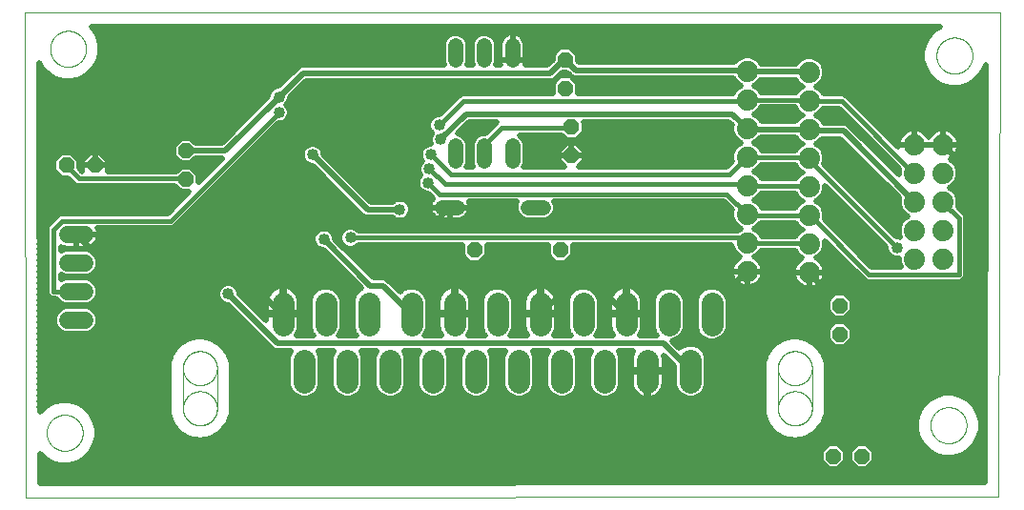
<source format=gbl>
G75*
%MOIN*%
%OFA0B0*%
%FSLAX25Y25*%
%IPPOS*%
%LPD*%
%AMOC8*
5,1,8,0,0,1.08239X$1,22.5*
%
%ADD10C,0.00000*%
%ADD11OC8,0.05200*%
%ADD12C,0.05200*%
%ADD13C,0.00009*%
%ADD14C,0.07800*%
%ADD15C,0.07400*%
%ADD16C,0.06000*%
%ADD17C,0.01969*%
%ADD18C,0.04000*%
%ADD19C,0.01600*%
D10*
X0002378Y0001591D02*
X0001984Y0171394D01*
X0343008Y0171394D01*
X0342614Y0001984D01*
X0002378Y0001591D01*
X0009780Y0024346D02*
X0009782Y0024504D01*
X0009788Y0024662D01*
X0009798Y0024820D01*
X0009812Y0024978D01*
X0009830Y0025135D01*
X0009851Y0025292D01*
X0009877Y0025448D01*
X0009907Y0025604D01*
X0009940Y0025759D01*
X0009978Y0025912D01*
X0010019Y0026065D01*
X0010064Y0026217D01*
X0010113Y0026368D01*
X0010166Y0026517D01*
X0010222Y0026665D01*
X0010282Y0026811D01*
X0010346Y0026956D01*
X0010414Y0027099D01*
X0010485Y0027241D01*
X0010559Y0027381D01*
X0010637Y0027518D01*
X0010719Y0027654D01*
X0010803Y0027788D01*
X0010892Y0027919D01*
X0010983Y0028048D01*
X0011078Y0028175D01*
X0011175Y0028300D01*
X0011276Y0028422D01*
X0011380Y0028541D01*
X0011487Y0028658D01*
X0011597Y0028772D01*
X0011710Y0028883D01*
X0011825Y0028992D01*
X0011943Y0029097D01*
X0012064Y0029199D01*
X0012187Y0029299D01*
X0012313Y0029395D01*
X0012441Y0029488D01*
X0012571Y0029578D01*
X0012704Y0029664D01*
X0012839Y0029748D01*
X0012975Y0029827D01*
X0013114Y0029904D01*
X0013255Y0029976D01*
X0013397Y0030046D01*
X0013541Y0030111D01*
X0013687Y0030173D01*
X0013834Y0030231D01*
X0013983Y0030286D01*
X0014133Y0030337D01*
X0014284Y0030384D01*
X0014436Y0030427D01*
X0014589Y0030466D01*
X0014744Y0030502D01*
X0014899Y0030533D01*
X0015055Y0030561D01*
X0015211Y0030585D01*
X0015368Y0030605D01*
X0015526Y0030621D01*
X0015683Y0030633D01*
X0015842Y0030641D01*
X0016000Y0030645D01*
X0016158Y0030645D01*
X0016316Y0030641D01*
X0016475Y0030633D01*
X0016632Y0030621D01*
X0016790Y0030605D01*
X0016947Y0030585D01*
X0017103Y0030561D01*
X0017259Y0030533D01*
X0017414Y0030502D01*
X0017569Y0030466D01*
X0017722Y0030427D01*
X0017874Y0030384D01*
X0018025Y0030337D01*
X0018175Y0030286D01*
X0018324Y0030231D01*
X0018471Y0030173D01*
X0018617Y0030111D01*
X0018761Y0030046D01*
X0018903Y0029976D01*
X0019044Y0029904D01*
X0019183Y0029827D01*
X0019319Y0029748D01*
X0019454Y0029664D01*
X0019587Y0029578D01*
X0019717Y0029488D01*
X0019845Y0029395D01*
X0019971Y0029299D01*
X0020094Y0029199D01*
X0020215Y0029097D01*
X0020333Y0028992D01*
X0020448Y0028883D01*
X0020561Y0028772D01*
X0020671Y0028658D01*
X0020778Y0028541D01*
X0020882Y0028422D01*
X0020983Y0028300D01*
X0021080Y0028175D01*
X0021175Y0028048D01*
X0021266Y0027919D01*
X0021355Y0027788D01*
X0021439Y0027654D01*
X0021521Y0027518D01*
X0021599Y0027381D01*
X0021673Y0027241D01*
X0021744Y0027099D01*
X0021812Y0026956D01*
X0021876Y0026811D01*
X0021936Y0026665D01*
X0021992Y0026517D01*
X0022045Y0026368D01*
X0022094Y0026217D01*
X0022139Y0026065D01*
X0022180Y0025912D01*
X0022218Y0025759D01*
X0022251Y0025604D01*
X0022281Y0025448D01*
X0022307Y0025292D01*
X0022328Y0025135D01*
X0022346Y0024978D01*
X0022360Y0024820D01*
X0022370Y0024662D01*
X0022376Y0024504D01*
X0022378Y0024346D01*
X0022376Y0024188D01*
X0022370Y0024030D01*
X0022360Y0023872D01*
X0022346Y0023714D01*
X0022328Y0023557D01*
X0022307Y0023400D01*
X0022281Y0023244D01*
X0022251Y0023088D01*
X0022218Y0022933D01*
X0022180Y0022780D01*
X0022139Y0022627D01*
X0022094Y0022475D01*
X0022045Y0022324D01*
X0021992Y0022175D01*
X0021936Y0022027D01*
X0021876Y0021881D01*
X0021812Y0021736D01*
X0021744Y0021593D01*
X0021673Y0021451D01*
X0021599Y0021311D01*
X0021521Y0021174D01*
X0021439Y0021038D01*
X0021355Y0020904D01*
X0021266Y0020773D01*
X0021175Y0020644D01*
X0021080Y0020517D01*
X0020983Y0020392D01*
X0020882Y0020270D01*
X0020778Y0020151D01*
X0020671Y0020034D01*
X0020561Y0019920D01*
X0020448Y0019809D01*
X0020333Y0019700D01*
X0020215Y0019595D01*
X0020094Y0019493D01*
X0019971Y0019393D01*
X0019845Y0019297D01*
X0019717Y0019204D01*
X0019587Y0019114D01*
X0019454Y0019028D01*
X0019319Y0018944D01*
X0019183Y0018865D01*
X0019044Y0018788D01*
X0018903Y0018716D01*
X0018761Y0018646D01*
X0018617Y0018581D01*
X0018471Y0018519D01*
X0018324Y0018461D01*
X0018175Y0018406D01*
X0018025Y0018355D01*
X0017874Y0018308D01*
X0017722Y0018265D01*
X0017569Y0018226D01*
X0017414Y0018190D01*
X0017259Y0018159D01*
X0017103Y0018131D01*
X0016947Y0018107D01*
X0016790Y0018087D01*
X0016632Y0018071D01*
X0016475Y0018059D01*
X0016316Y0018051D01*
X0016158Y0018047D01*
X0016000Y0018047D01*
X0015842Y0018051D01*
X0015683Y0018059D01*
X0015526Y0018071D01*
X0015368Y0018087D01*
X0015211Y0018107D01*
X0015055Y0018131D01*
X0014899Y0018159D01*
X0014744Y0018190D01*
X0014589Y0018226D01*
X0014436Y0018265D01*
X0014284Y0018308D01*
X0014133Y0018355D01*
X0013983Y0018406D01*
X0013834Y0018461D01*
X0013687Y0018519D01*
X0013541Y0018581D01*
X0013397Y0018646D01*
X0013255Y0018716D01*
X0013114Y0018788D01*
X0012975Y0018865D01*
X0012839Y0018944D01*
X0012704Y0019028D01*
X0012571Y0019114D01*
X0012441Y0019204D01*
X0012313Y0019297D01*
X0012187Y0019393D01*
X0012064Y0019493D01*
X0011943Y0019595D01*
X0011825Y0019700D01*
X0011710Y0019809D01*
X0011597Y0019920D01*
X0011487Y0020034D01*
X0011380Y0020151D01*
X0011276Y0020270D01*
X0011175Y0020392D01*
X0011078Y0020517D01*
X0010983Y0020644D01*
X0010892Y0020773D01*
X0010803Y0020904D01*
X0010719Y0021038D01*
X0010637Y0021174D01*
X0010559Y0021311D01*
X0010485Y0021451D01*
X0010414Y0021593D01*
X0010346Y0021736D01*
X0010282Y0021881D01*
X0010222Y0022027D01*
X0010166Y0022175D01*
X0010113Y0022324D01*
X0010064Y0022475D01*
X0010019Y0022627D01*
X0009978Y0022780D01*
X0009940Y0022933D01*
X0009907Y0023088D01*
X0009877Y0023244D01*
X0009851Y0023400D01*
X0009830Y0023557D01*
X0009812Y0023714D01*
X0009798Y0023872D01*
X0009788Y0024030D01*
X0009782Y0024188D01*
X0009780Y0024346D01*
X0057428Y0032921D02*
X0057430Y0033075D01*
X0057436Y0033229D01*
X0057446Y0033382D01*
X0057460Y0033535D01*
X0057478Y0033688D01*
X0057499Y0033840D01*
X0057525Y0033992D01*
X0057555Y0034143D01*
X0057588Y0034293D01*
X0057626Y0034442D01*
X0057667Y0034591D01*
X0057712Y0034738D01*
X0057761Y0034884D01*
X0057814Y0035028D01*
X0057870Y0035171D01*
X0057930Y0035313D01*
X0057994Y0035453D01*
X0058061Y0035591D01*
X0058132Y0035728D01*
X0058206Y0035863D01*
X0058284Y0035995D01*
X0058365Y0036126D01*
X0058450Y0036255D01*
X0058537Y0036381D01*
X0058628Y0036505D01*
X0058723Y0036626D01*
X0058820Y0036746D01*
X0058920Y0036862D01*
X0059024Y0036976D01*
X0059130Y0037087D01*
X0059239Y0037196D01*
X0059351Y0037301D01*
X0059466Y0037404D01*
X0059583Y0037504D01*
X0059703Y0037600D01*
X0059825Y0037694D01*
X0059949Y0037784D01*
X0060076Y0037871D01*
X0060205Y0037955D01*
X0060337Y0038035D01*
X0060470Y0038112D01*
X0060605Y0038185D01*
X0060742Y0038255D01*
X0060881Y0038322D01*
X0061021Y0038384D01*
X0061163Y0038443D01*
X0061307Y0038499D01*
X0061452Y0038551D01*
X0061598Y0038598D01*
X0061745Y0038643D01*
X0061894Y0038683D01*
X0062043Y0038719D01*
X0062194Y0038752D01*
X0062345Y0038781D01*
X0062497Y0038805D01*
X0062649Y0038826D01*
X0062802Y0038843D01*
X0062955Y0038856D01*
X0063109Y0038865D01*
X0063263Y0038870D01*
X0063416Y0038871D01*
X0063570Y0038868D01*
X0063724Y0038861D01*
X0063877Y0038850D01*
X0064031Y0038835D01*
X0064183Y0038816D01*
X0064335Y0038793D01*
X0064487Y0038767D01*
X0064638Y0038736D01*
X0064788Y0038702D01*
X0064937Y0038663D01*
X0065084Y0038621D01*
X0065231Y0038575D01*
X0065377Y0038525D01*
X0065521Y0038472D01*
X0065664Y0038414D01*
X0065805Y0038353D01*
X0065945Y0038289D01*
X0066083Y0038221D01*
X0066219Y0038149D01*
X0066353Y0038074D01*
X0066485Y0037995D01*
X0066615Y0037913D01*
X0066743Y0037828D01*
X0066869Y0037739D01*
X0066992Y0037647D01*
X0067113Y0037552D01*
X0067232Y0037454D01*
X0067348Y0037353D01*
X0067461Y0037249D01*
X0067572Y0037142D01*
X0067679Y0037032D01*
X0067784Y0036919D01*
X0067886Y0036804D01*
X0067985Y0036686D01*
X0068081Y0036566D01*
X0068174Y0036443D01*
X0068263Y0036318D01*
X0068349Y0036191D01*
X0068432Y0036061D01*
X0068512Y0035929D01*
X0068588Y0035796D01*
X0068660Y0035660D01*
X0068729Y0035522D01*
X0068795Y0035383D01*
X0068857Y0035242D01*
X0068915Y0035100D01*
X0068969Y0034956D01*
X0069020Y0034811D01*
X0069067Y0034664D01*
X0069110Y0034517D01*
X0069149Y0034368D01*
X0069185Y0034218D01*
X0069216Y0034068D01*
X0069244Y0033916D01*
X0069268Y0033764D01*
X0069288Y0033612D01*
X0069304Y0033459D01*
X0069316Y0033305D01*
X0069324Y0033152D01*
X0069328Y0032998D01*
X0069328Y0032844D01*
X0069324Y0032690D01*
X0069316Y0032537D01*
X0069304Y0032383D01*
X0069288Y0032230D01*
X0069268Y0032078D01*
X0069244Y0031926D01*
X0069216Y0031774D01*
X0069185Y0031624D01*
X0069149Y0031474D01*
X0069110Y0031325D01*
X0069067Y0031178D01*
X0069020Y0031031D01*
X0068969Y0030886D01*
X0068915Y0030742D01*
X0068857Y0030600D01*
X0068795Y0030459D01*
X0068729Y0030320D01*
X0068660Y0030182D01*
X0068588Y0030046D01*
X0068512Y0029913D01*
X0068432Y0029781D01*
X0068349Y0029651D01*
X0068263Y0029524D01*
X0068174Y0029399D01*
X0068081Y0029276D01*
X0067985Y0029156D01*
X0067886Y0029038D01*
X0067784Y0028923D01*
X0067679Y0028810D01*
X0067572Y0028700D01*
X0067461Y0028593D01*
X0067348Y0028489D01*
X0067232Y0028388D01*
X0067113Y0028290D01*
X0066992Y0028195D01*
X0066869Y0028103D01*
X0066743Y0028014D01*
X0066615Y0027929D01*
X0066485Y0027847D01*
X0066353Y0027768D01*
X0066219Y0027693D01*
X0066083Y0027621D01*
X0065945Y0027553D01*
X0065805Y0027489D01*
X0065664Y0027428D01*
X0065521Y0027370D01*
X0065377Y0027317D01*
X0065231Y0027267D01*
X0065084Y0027221D01*
X0064937Y0027179D01*
X0064788Y0027140D01*
X0064638Y0027106D01*
X0064487Y0027075D01*
X0064335Y0027049D01*
X0064183Y0027026D01*
X0064031Y0027007D01*
X0063877Y0026992D01*
X0063724Y0026981D01*
X0063570Y0026974D01*
X0063416Y0026971D01*
X0063263Y0026972D01*
X0063109Y0026977D01*
X0062955Y0026986D01*
X0062802Y0026999D01*
X0062649Y0027016D01*
X0062497Y0027037D01*
X0062345Y0027061D01*
X0062194Y0027090D01*
X0062043Y0027123D01*
X0061894Y0027159D01*
X0061745Y0027199D01*
X0061598Y0027244D01*
X0061452Y0027291D01*
X0061307Y0027343D01*
X0061163Y0027399D01*
X0061021Y0027458D01*
X0060881Y0027520D01*
X0060742Y0027587D01*
X0060605Y0027657D01*
X0060470Y0027730D01*
X0060337Y0027807D01*
X0060205Y0027887D01*
X0060076Y0027971D01*
X0059949Y0028058D01*
X0059825Y0028148D01*
X0059703Y0028242D01*
X0059583Y0028338D01*
X0059466Y0028438D01*
X0059351Y0028541D01*
X0059239Y0028646D01*
X0059130Y0028755D01*
X0059024Y0028866D01*
X0058920Y0028980D01*
X0058820Y0029096D01*
X0058723Y0029216D01*
X0058628Y0029337D01*
X0058537Y0029461D01*
X0058450Y0029587D01*
X0058365Y0029716D01*
X0058284Y0029847D01*
X0058206Y0029979D01*
X0058132Y0030114D01*
X0058061Y0030251D01*
X0057994Y0030389D01*
X0057930Y0030529D01*
X0057870Y0030671D01*
X0057814Y0030814D01*
X0057761Y0030958D01*
X0057712Y0031104D01*
X0057667Y0031251D01*
X0057626Y0031400D01*
X0057588Y0031549D01*
X0057555Y0031699D01*
X0057525Y0031850D01*
X0057499Y0032002D01*
X0057478Y0032154D01*
X0057460Y0032307D01*
X0057446Y0032460D01*
X0057436Y0032613D01*
X0057430Y0032767D01*
X0057428Y0032921D01*
X0057378Y0032921D02*
X0057380Y0032768D01*
X0057386Y0032615D01*
X0057396Y0032462D01*
X0057409Y0032309D01*
X0057427Y0032157D01*
X0057448Y0032005D01*
X0057474Y0031854D01*
X0057503Y0031704D01*
X0057536Y0031554D01*
X0057573Y0031405D01*
X0057613Y0031257D01*
X0057658Y0031111D01*
X0057706Y0030965D01*
X0057758Y0030821D01*
X0057813Y0030678D01*
X0057872Y0030537D01*
X0057935Y0030397D01*
X0058001Y0030259D01*
X0058071Y0030122D01*
X0058144Y0029988D01*
X0058221Y0029855D01*
X0058301Y0029724D01*
X0058384Y0029596D01*
X0058470Y0029469D01*
X0058560Y0029345D01*
X0058653Y0029223D01*
X0058749Y0029104D01*
X0058848Y0028987D01*
X0058950Y0028872D01*
X0059055Y0028760D01*
X0059163Y0028651D01*
X0059273Y0028545D01*
X0059386Y0028442D01*
X0059502Y0028341D01*
X0059620Y0028244D01*
X0059741Y0028149D01*
X0059864Y0028058D01*
X0059989Y0027970D01*
X0060117Y0027885D01*
X0060246Y0027803D01*
X0060378Y0027725D01*
X0060512Y0027650D01*
X0060647Y0027578D01*
X0060785Y0027510D01*
X0060924Y0027446D01*
X0061064Y0027385D01*
X0061206Y0027328D01*
X0061350Y0027274D01*
X0061495Y0027224D01*
X0061641Y0027178D01*
X0061788Y0027135D01*
X0061936Y0027097D01*
X0062086Y0027062D01*
X0062236Y0027031D01*
X0062386Y0027003D01*
X0062538Y0026980D01*
X0062690Y0026961D01*
X0062842Y0026945D01*
X0062995Y0026933D01*
X0063148Y0026925D01*
X0063301Y0026921D01*
X0063455Y0026921D01*
X0063608Y0026925D01*
X0063761Y0026933D01*
X0063914Y0026945D01*
X0064066Y0026961D01*
X0064218Y0026980D01*
X0064370Y0027003D01*
X0064520Y0027031D01*
X0064670Y0027062D01*
X0064820Y0027097D01*
X0064968Y0027135D01*
X0065115Y0027178D01*
X0065261Y0027224D01*
X0065406Y0027274D01*
X0065550Y0027328D01*
X0065692Y0027385D01*
X0065832Y0027446D01*
X0065971Y0027510D01*
X0066109Y0027578D01*
X0066244Y0027650D01*
X0066378Y0027725D01*
X0066510Y0027803D01*
X0066639Y0027885D01*
X0066767Y0027970D01*
X0066892Y0028058D01*
X0067015Y0028149D01*
X0067136Y0028244D01*
X0067254Y0028341D01*
X0067370Y0028442D01*
X0067483Y0028545D01*
X0067593Y0028651D01*
X0067701Y0028760D01*
X0067806Y0028872D01*
X0067908Y0028987D01*
X0068007Y0029104D01*
X0068103Y0029223D01*
X0068196Y0029345D01*
X0068286Y0029469D01*
X0068372Y0029596D01*
X0068455Y0029724D01*
X0068535Y0029855D01*
X0068612Y0029988D01*
X0068685Y0030122D01*
X0068755Y0030259D01*
X0068821Y0030397D01*
X0068884Y0030537D01*
X0068943Y0030678D01*
X0068998Y0030821D01*
X0069050Y0030965D01*
X0069098Y0031111D01*
X0069143Y0031257D01*
X0069183Y0031405D01*
X0069220Y0031554D01*
X0069253Y0031704D01*
X0069282Y0031854D01*
X0069308Y0032005D01*
X0069329Y0032157D01*
X0069347Y0032309D01*
X0069360Y0032462D01*
X0069370Y0032615D01*
X0069376Y0032768D01*
X0069378Y0032921D01*
X0057428Y0046921D02*
X0057430Y0047075D01*
X0057436Y0047229D01*
X0057446Y0047382D01*
X0057460Y0047535D01*
X0057478Y0047688D01*
X0057499Y0047840D01*
X0057525Y0047992D01*
X0057555Y0048143D01*
X0057588Y0048293D01*
X0057626Y0048442D01*
X0057667Y0048591D01*
X0057712Y0048738D01*
X0057761Y0048884D01*
X0057814Y0049028D01*
X0057870Y0049171D01*
X0057930Y0049313D01*
X0057994Y0049453D01*
X0058061Y0049591D01*
X0058132Y0049728D01*
X0058206Y0049863D01*
X0058284Y0049995D01*
X0058365Y0050126D01*
X0058450Y0050255D01*
X0058537Y0050381D01*
X0058628Y0050505D01*
X0058723Y0050626D01*
X0058820Y0050746D01*
X0058920Y0050862D01*
X0059024Y0050976D01*
X0059130Y0051087D01*
X0059239Y0051196D01*
X0059351Y0051301D01*
X0059466Y0051404D01*
X0059583Y0051504D01*
X0059703Y0051600D01*
X0059825Y0051694D01*
X0059949Y0051784D01*
X0060076Y0051871D01*
X0060205Y0051955D01*
X0060337Y0052035D01*
X0060470Y0052112D01*
X0060605Y0052185D01*
X0060742Y0052255D01*
X0060881Y0052322D01*
X0061021Y0052384D01*
X0061163Y0052443D01*
X0061307Y0052499D01*
X0061452Y0052551D01*
X0061598Y0052598D01*
X0061745Y0052643D01*
X0061894Y0052683D01*
X0062043Y0052719D01*
X0062194Y0052752D01*
X0062345Y0052781D01*
X0062497Y0052805D01*
X0062649Y0052826D01*
X0062802Y0052843D01*
X0062955Y0052856D01*
X0063109Y0052865D01*
X0063263Y0052870D01*
X0063416Y0052871D01*
X0063570Y0052868D01*
X0063724Y0052861D01*
X0063877Y0052850D01*
X0064031Y0052835D01*
X0064183Y0052816D01*
X0064335Y0052793D01*
X0064487Y0052767D01*
X0064638Y0052736D01*
X0064788Y0052702D01*
X0064937Y0052663D01*
X0065084Y0052621D01*
X0065231Y0052575D01*
X0065377Y0052525D01*
X0065521Y0052472D01*
X0065664Y0052414D01*
X0065805Y0052353D01*
X0065945Y0052289D01*
X0066083Y0052221D01*
X0066219Y0052149D01*
X0066353Y0052074D01*
X0066485Y0051995D01*
X0066615Y0051913D01*
X0066743Y0051828D01*
X0066869Y0051739D01*
X0066992Y0051647D01*
X0067113Y0051552D01*
X0067232Y0051454D01*
X0067348Y0051353D01*
X0067461Y0051249D01*
X0067572Y0051142D01*
X0067679Y0051032D01*
X0067784Y0050919D01*
X0067886Y0050804D01*
X0067985Y0050686D01*
X0068081Y0050566D01*
X0068174Y0050443D01*
X0068263Y0050318D01*
X0068349Y0050191D01*
X0068432Y0050061D01*
X0068512Y0049929D01*
X0068588Y0049796D01*
X0068660Y0049660D01*
X0068729Y0049522D01*
X0068795Y0049383D01*
X0068857Y0049242D01*
X0068915Y0049100D01*
X0068969Y0048956D01*
X0069020Y0048811D01*
X0069067Y0048664D01*
X0069110Y0048517D01*
X0069149Y0048368D01*
X0069185Y0048218D01*
X0069216Y0048068D01*
X0069244Y0047916D01*
X0069268Y0047764D01*
X0069288Y0047612D01*
X0069304Y0047459D01*
X0069316Y0047305D01*
X0069324Y0047152D01*
X0069328Y0046998D01*
X0069328Y0046844D01*
X0069324Y0046690D01*
X0069316Y0046537D01*
X0069304Y0046383D01*
X0069288Y0046230D01*
X0069268Y0046078D01*
X0069244Y0045926D01*
X0069216Y0045774D01*
X0069185Y0045624D01*
X0069149Y0045474D01*
X0069110Y0045325D01*
X0069067Y0045178D01*
X0069020Y0045031D01*
X0068969Y0044886D01*
X0068915Y0044742D01*
X0068857Y0044600D01*
X0068795Y0044459D01*
X0068729Y0044320D01*
X0068660Y0044182D01*
X0068588Y0044046D01*
X0068512Y0043913D01*
X0068432Y0043781D01*
X0068349Y0043651D01*
X0068263Y0043524D01*
X0068174Y0043399D01*
X0068081Y0043276D01*
X0067985Y0043156D01*
X0067886Y0043038D01*
X0067784Y0042923D01*
X0067679Y0042810D01*
X0067572Y0042700D01*
X0067461Y0042593D01*
X0067348Y0042489D01*
X0067232Y0042388D01*
X0067113Y0042290D01*
X0066992Y0042195D01*
X0066869Y0042103D01*
X0066743Y0042014D01*
X0066615Y0041929D01*
X0066485Y0041847D01*
X0066353Y0041768D01*
X0066219Y0041693D01*
X0066083Y0041621D01*
X0065945Y0041553D01*
X0065805Y0041489D01*
X0065664Y0041428D01*
X0065521Y0041370D01*
X0065377Y0041317D01*
X0065231Y0041267D01*
X0065084Y0041221D01*
X0064937Y0041179D01*
X0064788Y0041140D01*
X0064638Y0041106D01*
X0064487Y0041075D01*
X0064335Y0041049D01*
X0064183Y0041026D01*
X0064031Y0041007D01*
X0063877Y0040992D01*
X0063724Y0040981D01*
X0063570Y0040974D01*
X0063416Y0040971D01*
X0063263Y0040972D01*
X0063109Y0040977D01*
X0062955Y0040986D01*
X0062802Y0040999D01*
X0062649Y0041016D01*
X0062497Y0041037D01*
X0062345Y0041061D01*
X0062194Y0041090D01*
X0062043Y0041123D01*
X0061894Y0041159D01*
X0061745Y0041199D01*
X0061598Y0041244D01*
X0061452Y0041291D01*
X0061307Y0041343D01*
X0061163Y0041399D01*
X0061021Y0041458D01*
X0060881Y0041520D01*
X0060742Y0041587D01*
X0060605Y0041657D01*
X0060470Y0041730D01*
X0060337Y0041807D01*
X0060205Y0041887D01*
X0060076Y0041971D01*
X0059949Y0042058D01*
X0059825Y0042148D01*
X0059703Y0042242D01*
X0059583Y0042338D01*
X0059466Y0042438D01*
X0059351Y0042541D01*
X0059239Y0042646D01*
X0059130Y0042755D01*
X0059024Y0042866D01*
X0058920Y0042980D01*
X0058820Y0043096D01*
X0058723Y0043216D01*
X0058628Y0043337D01*
X0058537Y0043461D01*
X0058450Y0043587D01*
X0058365Y0043716D01*
X0058284Y0043847D01*
X0058206Y0043979D01*
X0058132Y0044114D01*
X0058061Y0044251D01*
X0057994Y0044389D01*
X0057930Y0044529D01*
X0057870Y0044671D01*
X0057814Y0044814D01*
X0057761Y0044958D01*
X0057712Y0045104D01*
X0057667Y0045251D01*
X0057626Y0045400D01*
X0057588Y0045549D01*
X0057555Y0045699D01*
X0057525Y0045850D01*
X0057499Y0046002D01*
X0057478Y0046154D01*
X0057460Y0046307D01*
X0057446Y0046460D01*
X0057436Y0046613D01*
X0057430Y0046767D01*
X0057428Y0046921D01*
X0057378Y0046921D02*
X0057380Y0047074D01*
X0057386Y0047227D01*
X0057396Y0047380D01*
X0057409Y0047533D01*
X0057427Y0047685D01*
X0057448Y0047837D01*
X0057474Y0047988D01*
X0057503Y0048138D01*
X0057536Y0048288D01*
X0057573Y0048437D01*
X0057613Y0048585D01*
X0057658Y0048731D01*
X0057706Y0048877D01*
X0057758Y0049021D01*
X0057813Y0049164D01*
X0057872Y0049305D01*
X0057935Y0049445D01*
X0058001Y0049583D01*
X0058071Y0049720D01*
X0058144Y0049854D01*
X0058221Y0049987D01*
X0058301Y0050118D01*
X0058384Y0050246D01*
X0058470Y0050373D01*
X0058560Y0050497D01*
X0058653Y0050619D01*
X0058749Y0050738D01*
X0058848Y0050855D01*
X0058950Y0050970D01*
X0059055Y0051082D01*
X0059163Y0051191D01*
X0059273Y0051297D01*
X0059386Y0051400D01*
X0059502Y0051501D01*
X0059620Y0051598D01*
X0059741Y0051693D01*
X0059864Y0051784D01*
X0059989Y0051872D01*
X0060117Y0051957D01*
X0060246Y0052039D01*
X0060378Y0052117D01*
X0060512Y0052192D01*
X0060647Y0052264D01*
X0060785Y0052332D01*
X0060924Y0052396D01*
X0061064Y0052457D01*
X0061206Y0052514D01*
X0061350Y0052568D01*
X0061495Y0052618D01*
X0061641Y0052664D01*
X0061788Y0052707D01*
X0061936Y0052745D01*
X0062086Y0052780D01*
X0062236Y0052811D01*
X0062386Y0052839D01*
X0062538Y0052862D01*
X0062690Y0052881D01*
X0062842Y0052897D01*
X0062995Y0052909D01*
X0063148Y0052917D01*
X0063301Y0052921D01*
X0063455Y0052921D01*
X0063608Y0052917D01*
X0063761Y0052909D01*
X0063914Y0052897D01*
X0064066Y0052881D01*
X0064218Y0052862D01*
X0064370Y0052839D01*
X0064520Y0052811D01*
X0064670Y0052780D01*
X0064820Y0052745D01*
X0064968Y0052707D01*
X0065115Y0052664D01*
X0065261Y0052618D01*
X0065406Y0052568D01*
X0065550Y0052514D01*
X0065692Y0052457D01*
X0065832Y0052396D01*
X0065971Y0052332D01*
X0066109Y0052264D01*
X0066244Y0052192D01*
X0066378Y0052117D01*
X0066510Y0052039D01*
X0066639Y0051957D01*
X0066767Y0051872D01*
X0066892Y0051784D01*
X0067015Y0051693D01*
X0067136Y0051598D01*
X0067254Y0051501D01*
X0067370Y0051400D01*
X0067483Y0051297D01*
X0067593Y0051191D01*
X0067701Y0051082D01*
X0067806Y0050970D01*
X0067908Y0050855D01*
X0068007Y0050738D01*
X0068103Y0050619D01*
X0068196Y0050497D01*
X0068286Y0050373D01*
X0068372Y0050246D01*
X0068455Y0050118D01*
X0068535Y0049987D01*
X0068612Y0049854D01*
X0068685Y0049720D01*
X0068755Y0049583D01*
X0068821Y0049445D01*
X0068884Y0049305D01*
X0068943Y0049164D01*
X0068998Y0049021D01*
X0069050Y0048877D01*
X0069098Y0048731D01*
X0069143Y0048585D01*
X0069183Y0048437D01*
X0069220Y0048288D01*
X0069253Y0048138D01*
X0069282Y0047988D01*
X0069308Y0047837D01*
X0069329Y0047685D01*
X0069347Y0047533D01*
X0069360Y0047380D01*
X0069370Y0047227D01*
X0069376Y0047074D01*
X0069378Y0046921D01*
X0265428Y0046921D02*
X0265430Y0047075D01*
X0265436Y0047229D01*
X0265446Y0047382D01*
X0265460Y0047535D01*
X0265478Y0047688D01*
X0265499Y0047840D01*
X0265525Y0047992D01*
X0265555Y0048143D01*
X0265588Y0048293D01*
X0265626Y0048442D01*
X0265667Y0048591D01*
X0265712Y0048738D01*
X0265761Y0048884D01*
X0265814Y0049028D01*
X0265870Y0049171D01*
X0265930Y0049313D01*
X0265994Y0049453D01*
X0266061Y0049591D01*
X0266132Y0049728D01*
X0266206Y0049863D01*
X0266284Y0049995D01*
X0266365Y0050126D01*
X0266450Y0050255D01*
X0266537Y0050381D01*
X0266628Y0050505D01*
X0266723Y0050626D01*
X0266820Y0050746D01*
X0266920Y0050862D01*
X0267024Y0050976D01*
X0267130Y0051087D01*
X0267239Y0051196D01*
X0267351Y0051301D01*
X0267466Y0051404D01*
X0267583Y0051504D01*
X0267703Y0051600D01*
X0267825Y0051694D01*
X0267949Y0051784D01*
X0268076Y0051871D01*
X0268205Y0051955D01*
X0268337Y0052035D01*
X0268470Y0052112D01*
X0268605Y0052185D01*
X0268742Y0052255D01*
X0268881Y0052322D01*
X0269021Y0052384D01*
X0269163Y0052443D01*
X0269307Y0052499D01*
X0269452Y0052551D01*
X0269598Y0052598D01*
X0269745Y0052643D01*
X0269894Y0052683D01*
X0270043Y0052719D01*
X0270194Y0052752D01*
X0270345Y0052781D01*
X0270497Y0052805D01*
X0270649Y0052826D01*
X0270802Y0052843D01*
X0270955Y0052856D01*
X0271109Y0052865D01*
X0271263Y0052870D01*
X0271416Y0052871D01*
X0271570Y0052868D01*
X0271724Y0052861D01*
X0271877Y0052850D01*
X0272031Y0052835D01*
X0272183Y0052816D01*
X0272335Y0052793D01*
X0272487Y0052767D01*
X0272638Y0052736D01*
X0272788Y0052702D01*
X0272937Y0052663D01*
X0273084Y0052621D01*
X0273231Y0052575D01*
X0273377Y0052525D01*
X0273521Y0052472D01*
X0273664Y0052414D01*
X0273805Y0052353D01*
X0273945Y0052289D01*
X0274083Y0052221D01*
X0274219Y0052149D01*
X0274353Y0052074D01*
X0274485Y0051995D01*
X0274615Y0051913D01*
X0274743Y0051828D01*
X0274869Y0051739D01*
X0274992Y0051647D01*
X0275113Y0051552D01*
X0275232Y0051454D01*
X0275348Y0051353D01*
X0275461Y0051249D01*
X0275572Y0051142D01*
X0275679Y0051032D01*
X0275784Y0050919D01*
X0275886Y0050804D01*
X0275985Y0050686D01*
X0276081Y0050566D01*
X0276174Y0050443D01*
X0276263Y0050318D01*
X0276349Y0050191D01*
X0276432Y0050061D01*
X0276512Y0049929D01*
X0276588Y0049796D01*
X0276660Y0049660D01*
X0276729Y0049522D01*
X0276795Y0049383D01*
X0276857Y0049242D01*
X0276915Y0049100D01*
X0276969Y0048956D01*
X0277020Y0048811D01*
X0277067Y0048664D01*
X0277110Y0048517D01*
X0277149Y0048368D01*
X0277185Y0048218D01*
X0277216Y0048068D01*
X0277244Y0047916D01*
X0277268Y0047764D01*
X0277288Y0047612D01*
X0277304Y0047459D01*
X0277316Y0047305D01*
X0277324Y0047152D01*
X0277328Y0046998D01*
X0277328Y0046844D01*
X0277324Y0046690D01*
X0277316Y0046537D01*
X0277304Y0046383D01*
X0277288Y0046230D01*
X0277268Y0046078D01*
X0277244Y0045926D01*
X0277216Y0045774D01*
X0277185Y0045624D01*
X0277149Y0045474D01*
X0277110Y0045325D01*
X0277067Y0045178D01*
X0277020Y0045031D01*
X0276969Y0044886D01*
X0276915Y0044742D01*
X0276857Y0044600D01*
X0276795Y0044459D01*
X0276729Y0044320D01*
X0276660Y0044182D01*
X0276588Y0044046D01*
X0276512Y0043913D01*
X0276432Y0043781D01*
X0276349Y0043651D01*
X0276263Y0043524D01*
X0276174Y0043399D01*
X0276081Y0043276D01*
X0275985Y0043156D01*
X0275886Y0043038D01*
X0275784Y0042923D01*
X0275679Y0042810D01*
X0275572Y0042700D01*
X0275461Y0042593D01*
X0275348Y0042489D01*
X0275232Y0042388D01*
X0275113Y0042290D01*
X0274992Y0042195D01*
X0274869Y0042103D01*
X0274743Y0042014D01*
X0274615Y0041929D01*
X0274485Y0041847D01*
X0274353Y0041768D01*
X0274219Y0041693D01*
X0274083Y0041621D01*
X0273945Y0041553D01*
X0273805Y0041489D01*
X0273664Y0041428D01*
X0273521Y0041370D01*
X0273377Y0041317D01*
X0273231Y0041267D01*
X0273084Y0041221D01*
X0272937Y0041179D01*
X0272788Y0041140D01*
X0272638Y0041106D01*
X0272487Y0041075D01*
X0272335Y0041049D01*
X0272183Y0041026D01*
X0272031Y0041007D01*
X0271877Y0040992D01*
X0271724Y0040981D01*
X0271570Y0040974D01*
X0271416Y0040971D01*
X0271263Y0040972D01*
X0271109Y0040977D01*
X0270955Y0040986D01*
X0270802Y0040999D01*
X0270649Y0041016D01*
X0270497Y0041037D01*
X0270345Y0041061D01*
X0270194Y0041090D01*
X0270043Y0041123D01*
X0269894Y0041159D01*
X0269745Y0041199D01*
X0269598Y0041244D01*
X0269452Y0041291D01*
X0269307Y0041343D01*
X0269163Y0041399D01*
X0269021Y0041458D01*
X0268881Y0041520D01*
X0268742Y0041587D01*
X0268605Y0041657D01*
X0268470Y0041730D01*
X0268337Y0041807D01*
X0268205Y0041887D01*
X0268076Y0041971D01*
X0267949Y0042058D01*
X0267825Y0042148D01*
X0267703Y0042242D01*
X0267583Y0042338D01*
X0267466Y0042438D01*
X0267351Y0042541D01*
X0267239Y0042646D01*
X0267130Y0042755D01*
X0267024Y0042866D01*
X0266920Y0042980D01*
X0266820Y0043096D01*
X0266723Y0043216D01*
X0266628Y0043337D01*
X0266537Y0043461D01*
X0266450Y0043587D01*
X0266365Y0043716D01*
X0266284Y0043847D01*
X0266206Y0043979D01*
X0266132Y0044114D01*
X0266061Y0044251D01*
X0265994Y0044389D01*
X0265930Y0044529D01*
X0265870Y0044671D01*
X0265814Y0044814D01*
X0265761Y0044958D01*
X0265712Y0045104D01*
X0265667Y0045251D01*
X0265626Y0045400D01*
X0265588Y0045549D01*
X0265555Y0045699D01*
X0265525Y0045850D01*
X0265499Y0046002D01*
X0265478Y0046154D01*
X0265460Y0046307D01*
X0265446Y0046460D01*
X0265436Y0046613D01*
X0265430Y0046767D01*
X0265428Y0046921D01*
X0265378Y0046921D02*
X0265380Y0047074D01*
X0265386Y0047227D01*
X0265396Y0047380D01*
X0265409Y0047533D01*
X0265427Y0047685D01*
X0265448Y0047837D01*
X0265474Y0047988D01*
X0265503Y0048138D01*
X0265536Y0048288D01*
X0265573Y0048437D01*
X0265613Y0048585D01*
X0265658Y0048731D01*
X0265706Y0048877D01*
X0265758Y0049021D01*
X0265813Y0049164D01*
X0265872Y0049305D01*
X0265935Y0049445D01*
X0266001Y0049583D01*
X0266071Y0049720D01*
X0266144Y0049854D01*
X0266221Y0049987D01*
X0266301Y0050118D01*
X0266384Y0050246D01*
X0266470Y0050373D01*
X0266560Y0050497D01*
X0266653Y0050619D01*
X0266749Y0050738D01*
X0266848Y0050855D01*
X0266950Y0050970D01*
X0267055Y0051082D01*
X0267163Y0051191D01*
X0267273Y0051297D01*
X0267386Y0051400D01*
X0267502Y0051501D01*
X0267620Y0051598D01*
X0267741Y0051693D01*
X0267864Y0051784D01*
X0267989Y0051872D01*
X0268117Y0051957D01*
X0268246Y0052039D01*
X0268378Y0052117D01*
X0268512Y0052192D01*
X0268647Y0052264D01*
X0268785Y0052332D01*
X0268924Y0052396D01*
X0269064Y0052457D01*
X0269206Y0052514D01*
X0269350Y0052568D01*
X0269495Y0052618D01*
X0269641Y0052664D01*
X0269788Y0052707D01*
X0269936Y0052745D01*
X0270086Y0052780D01*
X0270236Y0052811D01*
X0270386Y0052839D01*
X0270538Y0052862D01*
X0270690Y0052881D01*
X0270842Y0052897D01*
X0270995Y0052909D01*
X0271148Y0052917D01*
X0271301Y0052921D01*
X0271455Y0052921D01*
X0271608Y0052917D01*
X0271761Y0052909D01*
X0271914Y0052897D01*
X0272066Y0052881D01*
X0272218Y0052862D01*
X0272370Y0052839D01*
X0272520Y0052811D01*
X0272670Y0052780D01*
X0272820Y0052745D01*
X0272968Y0052707D01*
X0273115Y0052664D01*
X0273261Y0052618D01*
X0273406Y0052568D01*
X0273550Y0052514D01*
X0273692Y0052457D01*
X0273832Y0052396D01*
X0273971Y0052332D01*
X0274109Y0052264D01*
X0274244Y0052192D01*
X0274378Y0052117D01*
X0274510Y0052039D01*
X0274639Y0051957D01*
X0274767Y0051872D01*
X0274892Y0051784D01*
X0275015Y0051693D01*
X0275136Y0051598D01*
X0275254Y0051501D01*
X0275370Y0051400D01*
X0275483Y0051297D01*
X0275593Y0051191D01*
X0275701Y0051082D01*
X0275806Y0050970D01*
X0275908Y0050855D01*
X0276007Y0050738D01*
X0276103Y0050619D01*
X0276196Y0050497D01*
X0276286Y0050373D01*
X0276372Y0050246D01*
X0276455Y0050118D01*
X0276535Y0049987D01*
X0276612Y0049854D01*
X0276685Y0049720D01*
X0276755Y0049583D01*
X0276821Y0049445D01*
X0276884Y0049305D01*
X0276943Y0049164D01*
X0276998Y0049021D01*
X0277050Y0048877D01*
X0277098Y0048731D01*
X0277143Y0048585D01*
X0277183Y0048437D01*
X0277220Y0048288D01*
X0277253Y0048138D01*
X0277282Y0047988D01*
X0277308Y0047837D01*
X0277329Y0047685D01*
X0277347Y0047533D01*
X0277360Y0047380D01*
X0277370Y0047227D01*
X0277376Y0047074D01*
X0277378Y0046921D01*
X0265428Y0032921D02*
X0265430Y0033075D01*
X0265436Y0033229D01*
X0265446Y0033382D01*
X0265460Y0033535D01*
X0265478Y0033688D01*
X0265499Y0033840D01*
X0265525Y0033992D01*
X0265555Y0034143D01*
X0265588Y0034293D01*
X0265626Y0034442D01*
X0265667Y0034591D01*
X0265712Y0034738D01*
X0265761Y0034884D01*
X0265814Y0035028D01*
X0265870Y0035171D01*
X0265930Y0035313D01*
X0265994Y0035453D01*
X0266061Y0035591D01*
X0266132Y0035728D01*
X0266206Y0035863D01*
X0266284Y0035995D01*
X0266365Y0036126D01*
X0266450Y0036255D01*
X0266537Y0036381D01*
X0266628Y0036505D01*
X0266723Y0036626D01*
X0266820Y0036746D01*
X0266920Y0036862D01*
X0267024Y0036976D01*
X0267130Y0037087D01*
X0267239Y0037196D01*
X0267351Y0037301D01*
X0267466Y0037404D01*
X0267583Y0037504D01*
X0267703Y0037600D01*
X0267825Y0037694D01*
X0267949Y0037784D01*
X0268076Y0037871D01*
X0268205Y0037955D01*
X0268337Y0038035D01*
X0268470Y0038112D01*
X0268605Y0038185D01*
X0268742Y0038255D01*
X0268881Y0038322D01*
X0269021Y0038384D01*
X0269163Y0038443D01*
X0269307Y0038499D01*
X0269452Y0038551D01*
X0269598Y0038598D01*
X0269745Y0038643D01*
X0269894Y0038683D01*
X0270043Y0038719D01*
X0270194Y0038752D01*
X0270345Y0038781D01*
X0270497Y0038805D01*
X0270649Y0038826D01*
X0270802Y0038843D01*
X0270955Y0038856D01*
X0271109Y0038865D01*
X0271263Y0038870D01*
X0271416Y0038871D01*
X0271570Y0038868D01*
X0271724Y0038861D01*
X0271877Y0038850D01*
X0272031Y0038835D01*
X0272183Y0038816D01*
X0272335Y0038793D01*
X0272487Y0038767D01*
X0272638Y0038736D01*
X0272788Y0038702D01*
X0272937Y0038663D01*
X0273084Y0038621D01*
X0273231Y0038575D01*
X0273377Y0038525D01*
X0273521Y0038472D01*
X0273664Y0038414D01*
X0273805Y0038353D01*
X0273945Y0038289D01*
X0274083Y0038221D01*
X0274219Y0038149D01*
X0274353Y0038074D01*
X0274485Y0037995D01*
X0274615Y0037913D01*
X0274743Y0037828D01*
X0274869Y0037739D01*
X0274992Y0037647D01*
X0275113Y0037552D01*
X0275232Y0037454D01*
X0275348Y0037353D01*
X0275461Y0037249D01*
X0275572Y0037142D01*
X0275679Y0037032D01*
X0275784Y0036919D01*
X0275886Y0036804D01*
X0275985Y0036686D01*
X0276081Y0036566D01*
X0276174Y0036443D01*
X0276263Y0036318D01*
X0276349Y0036191D01*
X0276432Y0036061D01*
X0276512Y0035929D01*
X0276588Y0035796D01*
X0276660Y0035660D01*
X0276729Y0035522D01*
X0276795Y0035383D01*
X0276857Y0035242D01*
X0276915Y0035100D01*
X0276969Y0034956D01*
X0277020Y0034811D01*
X0277067Y0034664D01*
X0277110Y0034517D01*
X0277149Y0034368D01*
X0277185Y0034218D01*
X0277216Y0034068D01*
X0277244Y0033916D01*
X0277268Y0033764D01*
X0277288Y0033612D01*
X0277304Y0033459D01*
X0277316Y0033305D01*
X0277324Y0033152D01*
X0277328Y0032998D01*
X0277328Y0032844D01*
X0277324Y0032690D01*
X0277316Y0032537D01*
X0277304Y0032383D01*
X0277288Y0032230D01*
X0277268Y0032078D01*
X0277244Y0031926D01*
X0277216Y0031774D01*
X0277185Y0031624D01*
X0277149Y0031474D01*
X0277110Y0031325D01*
X0277067Y0031178D01*
X0277020Y0031031D01*
X0276969Y0030886D01*
X0276915Y0030742D01*
X0276857Y0030600D01*
X0276795Y0030459D01*
X0276729Y0030320D01*
X0276660Y0030182D01*
X0276588Y0030046D01*
X0276512Y0029913D01*
X0276432Y0029781D01*
X0276349Y0029651D01*
X0276263Y0029524D01*
X0276174Y0029399D01*
X0276081Y0029276D01*
X0275985Y0029156D01*
X0275886Y0029038D01*
X0275784Y0028923D01*
X0275679Y0028810D01*
X0275572Y0028700D01*
X0275461Y0028593D01*
X0275348Y0028489D01*
X0275232Y0028388D01*
X0275113Y0028290D01*
X0274992Y0028195D01*
X0274869Y0028103D01*
X0274743Y0028014D01*
X0274615Y0027929D01*
X0274485Y0027847D01*
X0274353Y0027768D01*
X0274219Y0027693D01*
X0274083Y0027621D01*
X0273945Y0027553D01*
X0273805Y0027489D01*
X0273664Y0027428D01*
X0273521Y0027370D01*
X0273377Y0027317D01*
X0273231Y0027267D01*
X0273084Y0027221D01*
X0272937Y0027179D01*
X0272788Y0027140D01*
X0272638Y0027106D01*
X0272487Y0027075D01*
X0272335Y0027049D01*
X0272183Y0027026D01*
X0272031Y0027007D01*
X0271877Y0026992D01*
X0271724Y0026981D01*
X0271570Y0026974D01*
X0271416Y0026971D01*
X0271263Y0026972D01*
X0271109Y0026977D01*
X0270955Y0026986D01*
X0270802Y0026999D01*
X0270649Y0027016D01*
X0270497Y0027037D01*
X0270345Y0027061D01*
X0270194Y0027090D01*
X0270043Y0027123D01*
X0269894Y0027159D01*
X0269745Y0027199D01*
X0269598Y0027244D01*
X0269452Y0027291D01*
X0269307Y0027343D01*
X0269163Y0027399D01*
X0269021Y0027458D01*
X0268881Y0027520D01*
X0268742Y0027587D01*
X0268605Y0027657D01*
X0268470Y0027730D01*
X0268337Y0027807D01*
X0268205Y0027887D01*
X0268076Y0027971D01*
X0267949Y0028058D01*
X0267825Y0028148D01*
X0267703Y0028242D01*
X0267583Y0028338D01*
X0267466Y0028438D01*
X0267351Y0028541D01*
X0267239Y0028646D01*
X0267130Y0028755D01*
X0267024Y0028866D01*
X0266920Y0028980D01*
X0266820Y0029096D01*
X0266723Y0029216D01*
X0266628Y0029337D01*
X0266537Y0029461D01*
X0266450Y0029587D01*
X0266365Y0029716D01*
X0266284Y0029847D01*
X0266206Y0029979D01*
X0266132Y0030114D01*
X0266061Y0030251D01*
X0265994Y0030389D01*
X0265930Y0030529D01*
X0265870Y0030671D01*
X0265814Y0030814D01*
X0265761Y0030958D01*
X0265712Y0031104D01*
X0265667Y0031251D01*
X0265626Y0031400D01*
X0265588Y0031549D01*
X0265555Y0031699D01*
X0265525Y0031850D01*
X0265499Y0032002D01*
X0265478Y0032154D01*
X0265460Y0032307D01*
X0265446Y0032460D01*
X0265436Y0032613D01*
X0265430Y0032767D01*
X0265428Y0032921D01*
X0265378Y0032921D02*
X0265380Y0032768D01*
X0265386Y0032615D01*
X0265396Y0032462D01*
X0265409Y0032309D01*
X0265427Y0032157D01*
X0265448Y0032005D01*
X0265474Y0031854D01*
X0265503Y0031704D01*
X0265536Y0031554D01*
X0265573Y0031405D01*
X0265613Y0031257D01*
X0265658Y0031111D01*
X0265706Y0030965D01*
X0265758Y0030821D01*
X0265813Y0030678D01*
X0265872Y0030537D01*
X0265935Y0030397D01*
X0266001Y0030259D01*
X0266071Y0030122D01*
X0266144Y0029988D01*
X0266221Y0029855D01*
X0266301Y0029724D01*
X0266384Y0029596D01*
X0266470Y0029469D01*
X0266560Y0029345D01*
X0266653Y0029223D01*
X0266749Y0029104D01*
X0266848Y0028987D01*
X0266950Y0028872D01*
X0267055Y0028760D01*
X0267163Y0028651D01*
X0267273Y0028545D01*
X0267386Y0028442D01*
X0267502Y0028341D01*
X0267620Y0028244D01*
X0267741Y0028149D01*
X0267864Y0028058D01*
X0267989Y0027970D01*
X0268117Y0027885D01*
X0268246Y0027803D01*
X0268378Y0027725D01*
X0268512Y0027650D01*
X0268647Y0027578D01*
X0268785Y0027510D01*
X0268924Y0027446D01*
X0269064Y0027385D01*
X0269206Y0027328D01*
X0269350Y0027274D01*
X0269495Y0027224D01*
X0269641Y0027178D01*
X0269788Y0027135D01*
X0269936Y0027097D01*
X0270086Y0027062D01*
X0270236Y0027031D01*
X0270386Y0027003D01*
X0270538Y0026980D01*
X0270690Y0026961D01*
X0270842Y0026945D01*
X0270995Y0026933D01*
X0271148Y0026925D01*
X0271301Y0026921D01*
X0271455Y0026921D01*
X0271608Y0026925D01*
X0271761Y0026933D01*
X0271914Y0026945D01*
X0272066Y0026961D01*
X0272218Y0026980D01*
X0272370Y0027003D01*
X0272520Y0027031D01*
X0272670Y0027062D01*
X0272820Y0027097D01*
X0272968Y0027135D01*
X0273115Y0027178D01*
X0273261Y0027224D01*
X0273406Y0027274D01*
X0273550Y0027328D01*
X0273692Y0027385D01*
X0273832Y0027446D01*
X0273971Y0027510D01*
X0274109Y0027578D01*
X0274244Y0027650D01*
X0274378Y0027725D01*
X0274510Y0027803D01*
X0274639Y0027885D01*
X0274767Y0027970D01*
X0274892Y0028058D01*
X0275015Y0028149D01*
X0275136Y0028244D01*
X0275254Y0028341D01*
X0275370Y0028442D01*
X0275483Y0028545D01*
X0275593Y0028651D01*
X0275701Y0028760D01*
X0275806Y0028872D01*
X0275908Y0028987D01*
X0276007Y0029104D01*
X0276103Y0029223D01*
X0276196Y0029345D01*
X0276286Y0029469D01*
X0276372Y0029596D01*
X0276455Y0029724D01*
X0276535Y0029855D01*
X0276612Y0029988D01*
X0276685Y0030122D01*
X0276755Y0030259D01*
X0276821Y0030397D01*
X0276884Y0030537D01*
X0276943Y0030678D01*
X0276998Y0030821D01*
X0277050Y0030965D01*
X0277098Y0031111D01*
X0277143Y0031257D01*
X0277183Y0031405D01*
X0277220Y0031554D01*
X0277253Y0031704D01*
X0277282Y0031854D01*
X0277308Y0032005D01*
X0277329Y0032157D01*
X0277347Y0032309D01*
X0277360Y0032462D01*
X0277370Y0032615D01*
X0277376Y0032768D01*
X0277378Y0032921D01*
X0318756Y0026984D02*
X0318758Y0027142D01*
X0318764Y0027300D01*
X0318774Y0027458D01*
X0318788Y0027616D01*
X0318806Y0027773D01*
X0318827Y0027930D01*
X0318853Y0028086D01*
X0318883Y0028242D01*
X0318916Y0028397D01*
X0318954Y0028550D01*
X0318995Y0028703D01*
X0319040Y0028855D01*
X0319089Y0029006D01*
X0319142Y0029155D01*
X0319198Y0029303D01*
X0319258Y0029449D01*
X0319322Y0029594D01*
X0319390Y0029737D01*
X0319461Y0029879D01*
X0319535Y0030019D01*
X0319613Y0030156D01*
X0319695Y0030292D01*
X0319779Y0030426D01*
X0319868Y0030557D01*
X0319959Y0030686D01*
X0320054Y0030813D01*
X0320151Y0030938D01*
X0320252Y0031060D01*
X0320356Y0031179D01*
X0320463Y0031296D01*
X0320573Y0031410D01*
X0320686Y0031521D01*
X0320801Y0031630D01*
X0320919Y0031735D01*
X0321040Y0031837D01*
X0321163Y0031937D01*
X0321289Y0032033D01*
X0321417Y0032126D01*
X0321547Y0032216D01*
X0321680Y0032302D01*
X0321815Y0032386D01*
X0321951Y0032465D01*
X0322090Y0032542D01*
X0322231Y0032614D01*
X0322373Y0032684D01*
X0322517Y0032749D01*
X0322663Y0032811D01*
X0322810Y0032869D01*
X0322959Y0032924D01*
X0323109Y0032975D01*
X0323260Y0033022D01*
X0323412Y0033065D01*
X0323565Y0033104D01*
X0323720Y0033140D01*
X0323875Y0033171D01*
X0324031Y0033199D01*
X0324187Y0033223D01*
X0324344Y0033243D01*
X0324502Y0033259D01*
X0324659Y0033271D01*
X0324818Y0033279D01*
X0324976Y0033283D01*
X0325134Y0033283D01*
X0325292Y0033279D01*
X0325451Y0033271D01*
X0325608Y0033259D01*
X0325766Y0033243D01*
X0325923Y0033223D01*
X0326079Y0033199D01*
X0326235Y0033171D01*
X0326390Y0033140D01*
X0326545Y0033104D01*
X0326698Y0033065D01*
X0326850Y0033022D01*
X0327001Y0032975D01*
X0327151Y0032924D01*
X0327300Y0032869D01*
X0327447Y0032811D01*
X0327593Y0032749D01*
X0327737Y0032684D01*
X0327879Y0032614D01*
X0328020Y0032542D01*
X0328159Y0032465D01*
X0328295Y0032386D01*
X0328430Y0032302D01*
X0328563Y0032216D01*
X0328693Y0032126D01*
X0328821Y0032033D01*
X0328947Y0031937D01*
X0329070Y0031837D01*
X0329191Y0031735D01*
X0329309Y0031630D01*
X0329424Y0031521D01*
X0329537Y0031410D01*
X0329647Y0031296D01*
X0329754Y0031179D01*
X0329858Y0031060D01*
X0329959Y0030938D01*
X0330056Y0030813D01*
X0330151Y0030686D01*
X0330242Y0030557D01*
X0330331Y0030426D01*
X0330415Y0030292D01*
X0330497Y0030156D01*
X0330575Y0030019D01*
X0330649Y0029879D01*
X0330720Y0029737D01*
X0330788Y0029594D01*
X0330852Y0029449D01*
X0330912Y0029303D01*
X0330968Y0029155D01*
X0331021Y0029006D01*
X0331070Y0028855D01*
X0331115Y0028703D01*
X0331156Y0028550D01*
X0331194Y0028397D01*
X0331227Y0028242D01*
X0331257Y0028086D01*
X0331283Y0027930D01*
X0331304Y0027773D01*
X0331322Y0027616D01*
X0331336Y0027458D01*
X0331346Y0027300D01*
X0331352Y0027142D01*
X0331354Y0026984D01*
X0331352Y0026826D01*
X0331346Y0026668D01*
X0331336Y0026510D01*
X0331322Y0026352D01*
X0331304Y0026195D01*
X0331283Y0026038D01*
X0331257Y0025882D01*
X0331227Y0025726D01*
X0331194Y0025571D01*
X0331156Y0025418D01*
X0331115Y0025265D01*
X0331070Y0025113D01*
X0331021Y0024962D01*
X0330968Y0024813D01*
X0330912Y0024665D01*
X0330852Y0024519D01*
X0330788Y0024374D01*
X0330720Y0024231D01*
X0330649Y0024089D01*
X0330575Y0023949D01*
X0330497Y0023812D01*
X0330415Y0023676D01*
X0330331Y0023542D01*
X0330242Y0023411D01*
X0330151Y0023282D01*
X0330056Y0023155D01*
X0329959Y0023030D01*
X0329858Y0022908D01*
X0329754Y0022789D01*
X0329647Y0022672D01*
X0329537Y0022558D01*
X0329424Y0022447D01*
X0329309Y0022338D01*
X0329191Y0022233D01*
X0329070Y0022131D01*
X0328947Y0022031D01*
X0328821Y0021935D01*
X0328693Y0021842D01*
X0328563Y0021752D01*
X0328430Y0021666D01*
X0328295Y0021582D01*
X0328159Y0021503D01*
X0328020Y0021426D01*
X0327879Y0021354D01*
X0327737Y0021284D01*
X0327593Y0021219D01*
X0327447Y0021157D01*
X0327300Y0021099D01*
X0327151Y0021044D01*
X0327001Y0020993D01*
X0326850Y0020946D01*
X0326698Y0020903D01*
X0326545Y0020864D01*
X0326390Y0020828D01*
X0326235Y0020797D01*
X0326079Y0020769D01*
X0325923Y0020745D01*
X0325766Y0020725D01*
X0325608Y0020709D01*
X0325451Y0020697D01*
X0325292Y0020689D01*
X0325134Y0020685D01*
X0324976Y0020685D01*
X0324818Y0020689D01*
X0324659Y0020697D01*
X0324502Y0020709D01*
X0324344Y0020725D01*
X0324187Y0020745D01*
X0324031Y0020769D01*
X0323875Y0020797D01*
X0323720Y0020828D01*
X0323565Y0020864D01*
X0323412Y0020903D01*
X0323260Y0020946D01*
X0323109Y0020993D01*
X0322959Y0021044D01*
X0322810Y0021099D01*
X0322663Y0021157D01*
X0322517Y0021219D01*
X0322373Y0021284D01*
X0322231Y0021354D01*
X0322090Y0021426D01*
X0321951Y0021503D01*
X0321815Y0021582D01*
X0321680Y0021666D01*
X0321547Y0021752D01*
X0321417Y0021842D01*
X0321289Y0021935D01*
X0321163Y0022031D01*
X0321040Y0022131D01*
X0320919Y0022233D01*
X0320801Y0022338D01*
X0320686Y0022447D01*
X0320573Y0022558D01*
X0320463Y0022672D01*
X0320356Y0022789D01*
X0320252Y0022908D01*
X0320151Y0023030D01*
X0320054Y0023155D01*
X0319959Y0023282D01*
X0319868Y0023411D01*
X0319779Y0023542D01*
X0319695Y0023676D01*
X0319613Y0023812D01*
X0319535Y0023949D01*
X0319461Y0024089D01*
X0319390Y0024231D01*
X0319322Y0024374D01*
X0319258Y0024519D01*
X0319198Y0024665D01*
X0319142Y0024813D01*
X0319089Y0024962D01*
X0319040Y0025113D01*
X0318995Y0025265D01*
X0318954Y0025418D01*
X0318916Y0025571D01*
X0318883Y0025726D01*
X0318853Y0025882D01*
X0318827Y0026038D01*
X0318806Y0026195D01*
X0318788Y0026352D01*
X0318774Y0026510D01*
X0318764Y0026668D01*
X0318758Y0026826D01*
X0318756Y0026984D01*
X0320843Y0156236D02*
X0320845Y0156394D01*
X0320851Y0156552D01*
X0320861Y0156710D01*
X0320875Y0156868D01*
X0320893Y0157025D01*
X0320914Y0157182D01*
X0320940Y0157338D01*
X0320970Y0157494D01*
X0321003Y0157649D01*
X0321041Y0157802D01*
X0321082Y0157955D01*
X0321127Y0158107D01*
X0321176Y0158258D01*
X0321229Y0158407D01*
X0321285Y0158555D01*
X0321345Y0158701D01*
X0321409Y0158846D01*
X0321477Y0158989D01*
X0321548Y0159131D01*
X0321622Y0159271D01*
X0321700Y0159408D01*
X0321782Y0159544D01*
X0321866Y0159678D01*
X0321955Y0159809D01*
X0322046Y0159938D01*
X0322141Y0160065D01*
X0322238Y0160190D01*
X0322339Y0160312D01*
X0322443Y0160431D01*
X0322550Y0160548D01*
X0322660Y0160662D01*
X0322773Y0160773D01*
X0322888Y0160882D01*
X0323006Y0160987D01*
X0323127Y0161089D01*
X0323250Y0161189D01*
X0323376Y0161285D01*
X0323504Y0161378D01*
X0323634Y0161468D01*
X0323767Y0161554D01*
X0323902Y0161638D01*
X0324038Y0161717D01*
X0324177Y0161794D01*
X0324318Y0161866D01*
X0324460Y0161936D01*
X0324604Y0162001D01*
X0324750Y0162063D01*
X0324897Y0162121D01*
X0325046Y0162176D01*
X0325196Y0162227D01*
X0325347Y0162274D01*
X0325499Y0162317D01*
X0325652Y0162356D01*
X0325807Y0162392D01*
X0325962Y0162423D01*
X0326118Y0162451D01*
X0326274Y0162475D01*
X0326431Y0162495D01*
X0326589Y0162511D01*
X0326746Y0162523D01*
X0326905Y0162531D01*
X0327063Y0162535D01*
X0327221Y0162535D01*
X0327379Y0162531D01*
X0327538Y0162523D01*
X0327695Y0162511D01*
X0327853Y0162495D01*
X0328010Y0162475D01*
X0328166Y0162451D01*
X0328322Y0162423D01*
X0328477Y0162392D01*
X0328632Y0162356D01*
X0328785Y0162317D01*
X0328937Y0162274D01*
X0329088Y0162227D01*
X0329238Y0162176D01*
X0329387Y0162121D01*
X0329534Y0162063D01*
X0329680Y0162001D01*
X0329824Y0161936D01*
X0329966Y0161866D01*
X0330107Y0161794D01*
X0330246Y0161717D01*
X0330382Y0161638D01*
X0330517Y0161554D01*
X0330650Y0161468D01*
X0330780Y0161378D01*
X0330908Y0161285D01*
X0331034Y0161189D01*
X0331157Y0161089D01*
X0331278Y0160987D01*
X0331396Y0160882D01*
X0331511Y0160773D01*
X0331624Y0160662D01*
X0331734Y0160548D01*
X0331841Y0160431D01*
X0331945Y0160312D01*
X0332046Y0160190D01*
X0332143Y0160065D01*
X0332238Y0159938D01*
X0332329Y0159809D01*
X0332418Y0159678D01*
X0332502Y0159544D01*
X0332584Y0159408D01*
X0332662Y0159271D01*
X0332736Y0159131D01*
X0332807Y0158989D01*
X0332875Y0158846D01*
X0332939Y0158701D01*
X0332999Y0158555D01*
X0333055Y0158407D01*
X0333108Y0158258D01*
X0333157Y0158107D01*
X0333202Y0157955D01*
X0333243Y0157802D01*
X0333281Y0157649D01*
X0333314Y0157494D01*
X0333344Y0157338D01*
X0333370Y0157182D01*
X0333391Y0157025D01*
X0333409Y0156868D01*
X0333423Y0156710D01*
X0333433Y0156552D01*
X0333439Y0156394D01*
X0333441Y0156236D01*
X0333439Y0156078D01*
X0333433Y0155920D01*
X0333423Y0155762D01*
X0333409Y0155604D01*
X0333391Y0155447D01*
X0333370Y0155290D01*
X0333344Y0155134D01*
X0333314Y0154978D01*
X0333281Y0154823D01*
X0333243Y0154670D01*
X0333202Y0154517D01*
X0333157Y0154365D01*
X0333108Y0154214D01*
X0333055Y0154065D01*
X0332999Y0153917D01*
X0332939Y0153771D01*
X0332875Y0153626D01*
X0332807Y0153483D01*
X0332736Y0153341D01*
X0332662Y0153201D01*
X0332584Y0153064D01*
X0332502Y0152928D01*
X0332418Y0152794D01*
X0332329Y0152663D01*
X0332238Y0152534D01*
X0332143Y0152407D01*
X0332046Y0152282D01*
X0331945Y0152160D01*
X0331841Y0152041D01*
X0331734Y0151924D01*
X0331624Y0151810D01*
X0331511Y0151699D01*
X0331396Y0151590D01*
X0331278Y0151485D01*
X0331157Y0151383D01*
X0331034Y0151283D01*
X0330908Y0151187D01*
X0330780Y0151094D01*
X0330650Y0151004D01*
X0330517Y0150918D01*
X0330382Y0150834D01*
X0330246Y0150755D01*
X0330107Y0150678D01*
X0329966Y0150606D01*
X0329824Y0150536D01*
X0329680Y0150471D01*
X0329534Y0150409D01*
X0329387Y0150351D01*
X0329238Y0150296D01*
X0329088Y0150245D01*
X0328937Y0150198D01*
X0328785Y0150155D01*
X0328632Y0150116D01*
X0328477Y0150080D01*
X0328322Y0150049D01*
X0328166Y0150021D01*
X0328010Y0149997D01*
X0327853Y0149977D01*
X0327695Y0149961D01*
X0327538Y0149949D01*
X0327379Y0149941D01*
X0327221Y0149937D01*
X0327063Y0149937D01*
X0326905Y0149941D01*
X0326746Y0149949D01*
X0326589Y0149961D01*
X0326431Y0149977D01*
X0326274Y0149997D01*
X0326118Y0150021D01*
X0325962Y0150049D01*
X0325807Y0150080D01*
X0325652Y0150116D01*
X0325499Y0150155D01*
X0325347Y0150198D01*
X0325196Y0150245D01*
X0325046Y0150296D01*
X0324897Y0150351D01*
X0324750Y0150409D01*
X0324604Y0150471D01*
X0324460Y0150536D01*
X0324318Y0150606D01*
X0324177Y0150678D01*
X0324038Y0150755D01*
X0323902Y0150834D01*
X0323767Y0150918D01*
X0323634Y0151004D01*
X0323504Y0151094D01*
X0323376Y0151187D01*
X0323250Y0151283D01*
X0323127Y0151383D01*
X0323006Y0151485D01*
X0322888Y0151590D01*
X0322773Y0151699D01*
X0322660Y0151810D01*
X0322550Y0151924D01*
X0322443Y0152041D01*
X0322339Y0152160D01*
X0322238Y0152282D01*
X0322141Y0152407D01*
X0322046Y0152534D01*
X0321955Y0152663D01*
X0321866Y0152794D01*
X0321782Y0152928D01*
X0321700Y0153064D01*
X0321622Y0153201D01*
X0321548Y0153341D01*
X0321477Y0153483D01*
X0321409Y0153626D01*
X0321345Y0153771D01*
X0321285Y0153917D01*
X0321229Y0154065D01*
X0321176Y0154214D01*
X0321127Y0154365D01*
X0321082Y0154517D01*
X0321041Y0154670D01*
X0321003Y0154823D01*
X0320970Y0154978D01*
X0320940Y0155134D01*
X0320914Y0155290D01*
X0320893Y0155447D01*
X0320875Y0155604D01*
X0320861Y0155762D01*
X0320851Y0155920D01*
X0320845Y0156078D01*
X0320843Y0156236D01*
X0010961Y0158598D02*
X0010963Y0158756D01*
X0010969Y0158914D01*
X0010979Y0159072D01*
X0010993Y0159230D01*
X0011011Y0159387D01*
X0011032Y0159544D01*
X0011058Y0159700D01*
X0011088Y0159856D01*
X0011121Y0160011D01*
X0011159Y0160164D01*
X0011200Y0160317D01*
X0011245Y0160469D01*
X0011294Y0160620D01*
X0011347Y0160769D01*
X0011403Y0160917D01*
X0011463Y0161063D01*
X0011527Y0161208D01*
X0011595Y0161351D01*
X0011666Y0161493D01*
X0011740Y0161633D01*
X0011818Y0161770D01*
X0011900Y0161906D01*
X0011984Y0162040D01*
X0012073Y0162171D01*
X0012164Y0162300D01*
X0012259Y0162427D01*
X0012356Y0162552D01*
X0012457Y0162674D01*
X0012561Y0162793D01*
X0012668Y0162910D01*
X0012778Y0163024D01*
X0012891Y0163135D01*
X0013006Y0163244D01*
X0013124Y0163349D01*
X0013245Y0163451D01*
X0013368Y0163551D01*
X0013494Y0163647D01*
X0013622Y0163740D01*
X0013752Y0163830D01*
X0013885Y0163916D01*
X0014020Y0164000D01*
X0014156Y0164079D01*
X0014295Y0164156D01*
X0014436Y0164228D01*
X0014578Y0164298D01*
X0014722Y0164363D01*
X0014868Y0164425D01*
X0015015Y0164483D01*
X0015164Y0164538D01*
X0015314Y0164589D01*
X0015465Y0164636D01*
X0015617Y0164679D01*
X0015770Y0164718D01*
X0015925Y0164754D01*
X0016080Y0164785D01*
X0016236Y0164813D01*
X0016392Y0164837D01*
X0016549Y0164857D01*
X0016707Y0164873D01*
X0016864Y0164885D01*
X0017023Y0164893D01*
X0017181Y0164897D01*
X0017339Y0164897D01*
X0017497Y0164893D01*
X0017656Y0164885D01*
X0017813Y0164873D01*
X0017971Y0164857D01*
X0018128Y0164837D01*
X0018284Y0164813D01*
X0018440Y0164785D01*
X0018595Y0164754D01*
X0018750Y0164718D01*
X0018903Y0164679D01*
X0019055Y0164636D01*
X0019206Y0164589D01*
X0019356Y0164538D01*
X0019505Y0164483D01*
X0019652Y0164425D01*
X0019798Y0164363D01*
X0019942Y0164298D01*
X0020084Y0164228D01*
X0020225Y0164156D01*
X0020364Y0164079D01*
X0020500Y0164000D01*
X0020635Y0163916D01*
X0020768Y0163830D01*
X0020898Y0163740D01*
X0021026Y0163647D01*
X0021152Y0163551D01*
X0021275Y0163451D01*
X0021396Y0163349D01*
X0021514Y0163244D01*
X0021629Y0163135D01*
X0021742Y0163024D01*
X0021852Y0162910D01*
X0021959Y0162793D01*
X0022063Y0162674D01*
X0022164Y0162552D01*
X0022261Y0162427D01*
X0022356Y0162300D01*
X0022447Y0162171D01*
X0022536Y0162040D01*
X0022620Y0161906D01*
X0022702Y0161770D01*
X0022780Y0161633D01*
X0022854Y0161493D01*
X0022925Y0161351D01*
X0022993Y0161208D01*
X0023057Y0161063D01*
X0023117Y0160917D01*
X0023173Y0160769D01*
X0023226Y0160620D01*
X0023275Y0160469D01*
X0023320Y0160317D01*
X0023361Y0160164D01*
X0023399Y0160011D01*
X0023432Y0159856D01*
X0023462Y0159700D01*
X0023488Y0159544D01*
X0023509Y0159387D01*
X0023527Y0159230D01*
X0023541Y0159072D01*
X0023551Y0158914D01*
X0023557Y0158756D01*
X0023559Y0158598D01*
X0023557Y0158440D01*
X0023551Y0158282D01*
X0023541Y0158124D01*
X0023527Y0157966D01*
X0023509Y0157809D01*
X0023488Y0157652D01*
X0023462Y0157496D01*
X0023432Y0157340D01*
X0023399Y0157185D01*
X0023361Y0157032D01*
X0023320Y0156879D01*
X0023275Y0156727D01*
X0023226Y0156576D01*
X0023173Y0156427D01*
X0023117Y0156279D01*
X0023057Y0156133D01*
X0022993Y0155988D01*
X0022925Y0155845D01*
X0022854Y0155703D01*
X0022780Y0155563D01*
X0022702Y0155426D01*
X0022620Y0155290D01*
X0022536Y0155156D01*
X0022447Y0155025D01*
X0022356Y0154896D01*
X0022261Y0154769D01*
X0022164Y0154644D01*
X0022063Y0154522D01*
X0021959Y0154403D01*
X0021852Y0154286D01*
X0021742Y0154172D01*
X0021629Y0154061D01*
X0021514Y0153952D01*
X0021396Y0153847D01*
X0021275Y0153745D01*
X0021152Y0153645D01*
X0021026Y0153549D01*
X0020898Y0153456D01*
X0020768Y0153366D01*
X0020635Y0153280D01*
X0020500Y0153196D01*
X0020364Y0153117D01*
X0020225Y0153040D01*
X0020084Y0152968D01*
X0019942Y0152898D01*
X0019798Y0152833D01*
X0019652Y0152771D01*
X0019505Y0152713D01*
X0019356Y0152658D01*
X0019206Y0152607D01*
X0019055Y0152560D01*
X0018903Y0152517D01*
X0018750Y0152478D01*
X0018595Y0152442D01*
X0018440Y0152411D01*
X0018284Y0152383D01*
X0018128Y0152359D01*
X0017971Y0152339D01*
X0017813Y0152323D01*
X0017656Y0152311D01*
X0017497Y0152303D01*
X0017339Y0152299D01*
X0017181Y0152299D01*
X0017023Y0152303D01*
X0016864Y0152311D01*
X0016707Y0152323D01*
X0016549Y0152339D01*
X0016392Y0152359D01*
X0016236Y0152383D01*
X0016080Y0152411D01*
X0015925Y0152442D01*
X0015770Y0152478D01*
X0015617Y0152517D01*
X0015465Y0152560D01*
X0015314Y0152607D01*
X0015164Y0152658D01*
X0015015Y0152713D01*
X0014868Y0152771D01*
X0014722Y0152833D01*
X0014578Y0152898D01*
X0014436Y0152968D01*
X0014295Y0153040D01*
X0014156Y0153117D01*
X0014020Y0153196D01*
X0013885Y0153280D01*
X0013752Y0153366D01*
X0013622Y0153456D01*
X0013494Y0153549D01*
X0013368Y0153645D01*
X0013245Y0153745D01*
X0013124Y0153847D01*
X0013006Y0153952D01*
X0012891Y0154061D01*
X0012778Y0154172D01*
X0012668Y0154286D01*
X0012561Y0154403D01*
X0012457Y0154522D01*
X0012356Y0154644D01*
X0012259Y0154769D01*
X0012164Y0154896D01*
X0012073Y0155025D01*
X0011984Y0155156D01*
X0011900Y0155290D01*
X0011818Y0155426D01*
X0011740Y0155563D01*
X0011666Y0155703D01*
X0011595Y0155845D01*
X0011527Y0155988D01*
X0011463Y0156133D01*
X0011403Y0156279D01*
X0011347Y0156427D01*
X0011294Y0156576D01*
X0011245Y0156727D01*
X0011200Y0156879D01*
X0011159Y0157032D01*
X0011121Y0157185D01*
X0011088Y0157340D01*
X0011058Y0157496D01*
X0011032Y0157652D01*
X0011011Y0157809D01*
X0010993Y0157966D01*
X0010979Y0158124D01*
X0010969Y0158282D01*
X0010963Y0158440D01*
X0010961Y0158598D01*
D11*
X0058441Y0122969D03*
X0058441Y0112969D03*
X0026630Y0117890D03*
X0016630Y0117890D03*
X0159425Y0088205D03*
X0189425Y0088205D03*
X0193244Y0121197D03*
X0193244Y0131197D03*
X0191079Y0144819D03*
X0191079Y0154819D03*
X0287024Y0068795D03*
X0287024Y0058795D03*
X0284780Y0016157D03*
X0294780Y0016157D03*
D12*
X0183364Y0103165D02*
X0178164Y0103165D01*
X0153364Y0103165D02*
X0148164Y0103165D01*
X0152693Y0119343D02*
X0152693Y0124543D01*
X0162693Y0124543D02*
X0162693Y0119343D01*
X0172693Y0119343D02*
X0172693Y0124543D01*
X0172693Y0154543D02*
X0172693Y0159743D01*
X0162693Y0159743D02*
X0162693Y0154543D01*
X0152693Y0154543D02*
X0152693Y0159743D01*
D13*
X0069378Y0046921D02*
X0069378Y0032921D01*
X0057378Y0032921D02*
X0057378Y0046921D01*
X0265378Y0046921D02*
X0265378Y0032921D01*
X0277378Y0032921D02*
X0277378Y0046921D01*
D14*
X0242378Y0062021D02*
X0242378Y0069821D01*
X0227378Y0069821D02*
X0227378Y0062021D01*
X0212378Y0062021D02*
X0212378Y0069821D01*
X0197378Y0069821D02*
X0197378Y0062021D01*
X0182378Y0062021D02*
X0182378Y0069821D01*
X0167378Y0069821D02*
X0167378Y0062021D01*
X0152378Y0062021D02*
X0152378Y0069821D01*
X0137378Y0069821D02*
X0137378Y0062021D01*
X0122378Y0062021D02*
X0122378Y0069821D01*
X0107378Y0069821D02*
X0107378Y0062021D01*
X0092378Y0062021D02*
X0092378Y0069821D01*
X0099878Y0049821D02*
X0099878Y0042021D01*
X0114878Y0042021D02*
X0114878Y0049821D01*
X0129878Y0049821D02*
X0129878Y0042021D01*
X0144878Y0042021D02*
X0144878Y0049821D01*
X0159878Y0049821D02*
X0159878Y0042021D01*
X0174878Y0042021D02*
X0174878Y0049821D01*
X0189878Y0049821D02*
X0189878Y0042021D01*
X0204878Y0042021D02*
X0204878Y0049821D01*
X0219878Y0049821D02*
X0219878Y0042021D01*
X0234878Y0042021D02*
X0234878Y0049821D01*
D15*
X0254740Y0080803D03*
X0254740Y0090803D03*
X0254740Y0100803D03*
X0254740Y0110803D03*
X0254740Y0120803D03*
X0254740Y0130803D03*
X0254740Y0140803D03*
X0254740Y0150803D03*
X0276394Y0150409D03*
X0276394Y0140409D03*
X0276394Y0130409D03*
X0276394Y0120409D03*
X0276394Y0110409D03*
X0276394Y0100409D03*
X0276394Y0090409D03*
X0276394Y0080409D03*
X0313126Y0085134D03*
X0323126Y0085134D03*
X0323126Y0095134D03*
X0313126Y0095134D03*
X0313126Y0105134D03*
X0323126Y0105134D03*
X0323126Y0115134D03*
X0313126Y0115134D03*
X0313126Y0125134D03*
X0323126Y0125134D03*
D16*
X0023094Y0093756D02*
X0017094Y0093756D01*
X0017094Y0083756D02*
X0023094Y0083756D01*
X0023094Y0073756D02*
X0017094Y0073756D01*
X0017094Y0063756D02*
X0023094Y0063756D01*
D17*
X0027099Y0060995D02*
X0081185Y0060995D01*
X0083152Y0059028D02*
X0024181Y0059028D01*
X0024046Y0058972D02*
X0025805Y0059700D01*
X0027150Y0061046D01*
X0027879Y0062804D01*
X0027879Y0064708D01*
X0027150Y0066466D01*
X0025805Y0067812D01*
X0024046Y0068540D01*
X0016143Y0068540D01*
X0014384Y0067812D01*
X0013039Y0066466D01*
X0012310Y0064708D01*
X0012310Y0062804D01*
X0013039Y0061046D01*
X0014384Y0059700D01*
X0016143Y0058972D01*
X0024046Y0058972D01*
X0027879Y0062962D02*
X0079218Y0062962D01*
X0077250Y0064929D02*
X0027787Y0064929D01*
X0026721Y0066896D02*
X0075283Y0066896D01*
X0073316Y0068863D02*
X0007206Y0068863D01*
X0007202Y0070830D02*
X0013255Y0070830D01*
X0013039Y0071046D02*
X0014384Y0069700D01*
X0016143Y0068972D01*
X0024046Y0068972D01*
X0025805Y0069700D01*
X0027150Y0071046D01*
X0027879Y0072804D01*
X0027879Y0074708D01*
X0027150Y0076466D01*
X0025805Y0077812D01*
X0024046Y0078540D01*
X0016143Y0078540D01*
X0014805Y0077986D01*
X0014805Y0079526D01*
X0016143Y0078972D01*
X0024046Y0078972D01*
X0025805Y0079700D01*
X0027150Y0081046D01*
X0027879Y0082804D01*
X0027879Y0084708D01*
X0027150Y0086466D01*
X0025805Y0087812D01*
X0024046Y0088540D01*
X0016143Y0088540D01*
X0014805Y0087986D01*
X0014805Y0089329D01*
X0015181Y0089137D01*
X0015927Y0088894D01*
X0016702Y0088772D01*
X0020079Y0088772D01*
X0020079Y0093740D01*
X0020110Y0093740D01*
X0020110Y0088772D01*
X0023487Y0088772D01*
X0024262Y0088894D01*
X0025008Y0089137D01*
X0025707Y0089493D01*
X0026341Y0089954D01*
X0026896Y0090509D01*
X0027357Y0091144D01*
X0027714Y0091843D01*
X0027956Y0092589D01*
X0028079Y0093364D01*
X0028079Y0093740D01*
X0020110Y0093740D01*
X0020110Y0093772D01*
X0028079Y0093772D01*
X0028079Y0094148D01*
X0027956Y0094923D01*
X0027714Y0095669D01*
X0027618Y0095857D01*
X0053581Y0095857D01*
X0054531Y0096250D01*
X0055258Y0096977D01*
X0090831Y0132550D01*
X0091713Y0132550D01*
X0093104Y0133127D01*
X0094169Y0134191D01*
X0094745Y0135582D01*
X0094745Y0137087D01*
X0094169Y0138478D01*
X0093606Y0139041D01*
X0094169Y0139604D01*
X0094745Y0140995D01*
X0094745Y0141617D01*
X0100474Y0147346D01*
X0186492Y0147346D01*
X0187509Y0147767D01*
X0190177Y0150435D01*
X0191548Y0150435D01*
X0192452Y0149530D01*
X0192779Y0149203D01*
X0189263Y0149203D01*
X0186694Y0146635D01*
X0186694Y0143003D01*
X0186841Y0142856D01*
X0154915Y0142856D01*
X0153965Y0142462D01*
X0153238Y0141736D01*
X0147193Y0135690D01*
X0146310Y0135690D01*
X0144919Y0135114D01*
X0143855Y0134049D01*
X0143279Y0132658D01*
X0143279Y0131153D01*
X0143855Y0129762D01*
X0144418Y0129199D01*
X0144347Y0129128D01*
X0143771Y0127737D01*
X0143771Y0126232D01*
X0144134Y0125355D01*
X0143357Y0125355D01*
X0141967Y0124779D01*
X0140902Y0123714D01*
X0140326Y0122324D01*
X0140326Y0120818D01*
X0140902Y0119427D01*
X0140973Y0119356D01*
X0140410Y0118793D01*
X0139834Y0117402D01*
X0139834Y0115897D01*
X0140410Y0114506D01*
X0140481Y0114435D01*
X0139918Y0113872D01*
X0139342Y0112481D01*
X0139342Y0110976D01*
X0139918Y0109585D01*
X0140982Y0108520D01*
X0142373Y0107944D01*
X0143256Y0107944D01*
X0144857Y0106342D01*
X0144667Y0106152D01*
X0144243Y0105568D01*
X0143915Y0104925D01*
X0143692Y0104239D01*
X0143580Y0103526D01*
X0143580Y0103165D01*
X0143580Y0102805D01*
X0143692Y0102092D01*
X0143915Y0101406D01*
X0144243Y0100763D01*
X0144667Y0100179D01*
X0145177Y0099669D01*
X0145761Y0099245D01*
X0146404Y0098917D01*
X0147090Y0098694D01*
X0147803Y0098581D01*
X0150764Y0098581D01*
X0153725Y0098581D01*
X0154437Y0098694D01*
X0155124Y0098917D01*
X0155766Y0099245D01*
X0156350Y0099669D01*
X0156860Y0100179D01*
X0157285Y0100763D01*
X0157612Y0101406D01*
X0157835Y0102092D01*
X0157948Y0102805D01*
X0157948Y0103165D01*
X0150764Y0103165D01*
X0150764Y0098581D01*
X0150764Y0103165D01*
X0150764Y0103165D01*
X0150764Y0103165D01*
X0157948Y0103165D01*
X0157948Y0103526D01*
X0157835Y0104239D01*
X0157612Y0104925D01*
X0157468Y0105207D01*
X0174264Y0105207D01*
X0173780Y0104037D01*
X0173780Y0102293D01*
X0174447Y0100682D01*
X0175680Y0099449D01*
X0177292Y0098781D01*
X0184236Y0098781D01*
X0185847Y0099449D01*
X0187081Y0100682D01*
X0187748Y0102293D01*
X0187748Y0104037D01*
X0187264Y0105207D01*
X0246386Y0105207D01*
X0249386Y0102208D01*
X0249256Y0101894D01*
X0249256Y0099712D01*
X0250091Y0097697D01*
X0251634Y0096154D01*
X0252480Y0095803D01*
X0251634Y0095452D01*
X0251301Y0095120D01*
X0118827Y0095120D01*
X0118203Y0095744D01*
X0116812Y0096320D01*
X0115306Y0096320D01*
X0113915Y0095744D01*
X0112851Y0094679D01*
X0112275Y0093288D01*
X0112275Y0091783D01*
X0112851Y0090392D01*
X0113915Y0089327D01*
X0115306Y0088751D01*
X0116812Y0088751D01*
X0118203Y0089327D01*
X0118827Y0089951D01*
X0155041Y0089951D01*
X0155041Y0086389D01*
X0157609Y0083820D01*
X0161241Y0083820D01*
X0163809Y0086389D01*
X0163809Y0089951D01*
X0185041Y0089951D01*
X0185041Y0086389D01*
X0187609Y0083820D01*
X0191241Y0083820D01*
X0193809Y0086389D01*
X0193809Y0089951D01*
X0249256Y0089951D01*
X0249256Y0089712D01*
X0250091Y0087697D01*
X0251634Y0086154D01*
X0252233Y0085905D01*
X0251761Y0085665D01*
X0251037Y0085139D01*
X0250404Y0084506D01*
X0249879Y0083782D01*
X0249472Y0082985D01*
X0249196Y0082134D01*
X0249056Y0081251D01*
X0249056Y0080819D01*
X0254724Y0080819D01*
X0254724Y0080787D01*
X0254756Y0080787D01*
X0254756Y0075119D01*
X0255188Y0075119D01*
X0256071Y0075259D01*
X0256922Y0075535D01*
X0257719Y0075942D01*
X0258443Y0076467D01*
X0259076Y0077100D01*
X0259602Y0077824D01*
X0260008Y0078621D01*
X0260284Y0079472D01*
X0260424Y0080356D01*
X0260424Y0080787D01*
X0254756Y0080787D01*
X0254756Y0080819D01*
X0260424Y0080819D01*
X0260424Y0081251D01*
X0260284Y0082134D01*
X0260008Y0082985D01*
X0259602Y0083782D01*
X0259076Y0084506D01*
X0258443Y0085139D01*
X0257719Y0085665D01*
X0257247Y0085905D01*
X0257847Y0086154D01*
X0259389Y0087697D01*
X0259508Y0087983D01*
X0271463Y0087983D01*
X0271744Y0087303D01*
X0273287Y0085760D01*
X0273887Y0085512D01*
X0273414Y0085271D01*
X0272691Y0084745D01*
X0272058Y0084112D01*
X0271532Y0083389D01*
X0271126Y0082591D01*
X0270849Y0081741D01*
X0270709Y0080857D01*
X0270709Y0080425D01*
X0276378Y0080425D01*
X0276378Y0080394D01*
X0270709Y0080394D01*
X0270709Y0079962D01*
X0270849Y0079078D01*
X0271126Y0078227D01*
X0271532Y0077430D01*
X0272058Y0076706D01*
X0272691Y0076074D01*
X0273414Y0075548D01*
X0274212Y0075142D01*
X0275063Y0074865D01*
X0275946Y0074725D01*
X0276378Y0074725D01*
X0276378Y0080394D01*
X0276409Y0080394D01*
X0276409Y0074725D01*
X0276841Y0074725D01*
X0277725Y0074865D01*
X0278576Y0075142D01*
X0279373Y0075548D01*
X0280097Y0076074D01*
X0280729Y0076706D01*
X0281255Y0077430D01*
X0281661Y0078227D01*
X0281938Y0079078D01*
X0282078Y0079962D01*
X0282078Y0080394D01*
X0276410Y0080394D01*
X0276410Y0080425D01*
X0282078Y0080425D01*
X0282078Y0080857D01*
X0281938Y0081741D01*
X0281661Y0082591D01*
X0281255Y0083389D01*
X0280729Y0084112D01*
X0280097Y0084745D01*
X0279373Y0085271D01*
X0278901Y0085512D01*
X0279500Y0085760D01*
X0281043Y0087303D01*
X0281878Y0089319D01*
X0281878Y0091369D01*
X0295698Y0077549D01*
X0296647Y0077156D01*
X0329172Y0077156D01*
X0330121Y0077549D01*
X0330848Y0078276D01*
X0331242Y0079226D01*
X0331242Y0099939D01*
X0330848Y0100889D01*
X0330121Y0101616D01*
X0328342Y0103395D01*
X0328610Y0104043D01*
X0328610Y0106225D01*
X0327775Y0108240D01*
X0326233Y0109783D01*
X0325386Y0110134D01*
X0326233Y0110485D01*
X0327775Y0112027D01*
X0328610Y0114043D01*
X0328610Y0116225D01*
X0327775Y0118240D01*
X0326233Y0119783D01*
X0325633Y0120032D01*
X0326105Y0120272D01*
X0326829Y0120798D01*
X0327462Y0121431D01*
X0327988Y0122155D01*
X0328394Y0122952D01*
X0328670Y0123803D01*
X0328810Y0124686D01*
X0328810Y0125118D01*
X0323142Y0125118D01*
X0323142Y0125150D01*
X0323110Y0125150D01*
X0323110Y0130818D01*
X0322679Y0130818D01*
X0321795Y0130678D01*
X0320944Y0130402D01*
X0320147Y0129995D01*
X0319423Y0129470D01*
X0318790Y0128837D01*
X0318264Y0128113D01*
X0318126Y0127841D01*
X0317988Y0128113D01*
X0317462Y0128837D01*
X0316829Y0129470D01*
X0316105Y0129995D01*
X0315308Y0130402D01*
X0314457Y0130678D01*
X0313573Y0130818D01*
X0313142Y0130818D01*
X0313142Y0125150D01*
X0313110Y0125150D01*
X0313110Y0130818D01*
X0312679Y0130818D01*
X0311795Y0130678D01*
X0310944Y0130402D01*
X0310147Y0129995D01*
X0309423Y0129470D01*
X0308790Y0128837D01*
X0308264Y0128113D01*
X0307858Y0127316D01*
X0307582Y0126465D01*
X0307442Y0125581D01*
X0307442Y0125150D01*
X0313110Y0125150D01*
X0313110Y0125118D01*
X0307442Y0125118D01*
X0307442Y0124686D01*
X0307515Y0124222D01*
X0290002Y0141736D01*
X0289275Y0142462D01*
X0288325Y0142856D01*
X0281316Y0142856D01*
X0281043Y0143516D01*
X0279500Y0145059D01*
X0278654Y0145409D01*
X0279500Y0145760D01*
X0281043Y0147303D01*
X0281878Y0149319D01*
X0281878Y0151500D01*
X0281043Y0153516D01*
X0279500Y0155059D01*
X0277485Y0155894D01*
X0275303Y0155894D01*
X0273287Y0155059D01*
X0271744Y0153516D01*
X0271686Y0153375D01*
X0259611Y0153375D01*
X0259389Y0153910D01*
X0257847Y0155452D01*
X0255831Y0156287D01*
X0253649Y0156287D01*
X0251634Y0155452D01*
X0250091Y0153910D01*
X0250073Y0153867D01*
X0195946Y0153867D01*
X0195463Y0154350D01*
X0195463Y0156635D01*
X0192895Y0159203D01*
X0189263Y0159203D01*
X0186694Y0156635D01*
X0186694Y0154783D01*
X0184794Y0152883D01*
X0176973Y0152883D01*
X0177164Y0153470D01*
X0177277Y0154183D01*
X0177277Y0154543D01*
X0172693Y0154543D01*
X0172693Y0154543D01*
X0168109Y0154543D01*
X0168109Y0154183D01*
X0168222Y0153470D01*
X0168412Y0152883D01*
X0166751Y0152883D01*
X0167077Y0153671D01*
X0167077Y0160615D01*
X0166410Y0162227D01*
X0165176Y0163460D01*
X0163565Y0164128D01*
X0161821Y0164128D01*
X0160209Y0163460D01*
X0158976Y0162227D01*
X0158309Y0160615D01*
X0158309Y0153671D01*
X0158635Y0152883D01*
X0156751Y0152883D01*
X0157077Y0153671D01*
X0157077Y0160615D01*
X0156410Y0162227D01*
X0155176Y0163460D01*
X0153565Y0164128D01*
X0151821Y0164128D01*
X0150209Y0163460D01*
X0148976Y0162227D01*
X0148309Y0160615D01*
X0148309Y0153671D01*
X0148635Y0152883D01*
X0098776Y0152883D01*
X0097759Y0152461D01*
X0096980Y0151682D01*
X0090830Y0145532D01*
X0090208Y0145532D01*
X0088817Y0144956D01*
X0087752Y0143892D01*
X0087176Y0142501D01*
X0087176Y0141879D01*
X0071113Y0125816D01*
X0061794Y0125816D01*
X0060257Y0127353D01*
X0056625Y0127353D01*
X0054057Y0124785D01*
X0054057Y0121152D01*
X0056625Y0118584D01*
X0060257Y0118584D01*
X0061951Y0120279D01*
X0071250Y0120279D01*
X0062825Y0111854D01*
X0062825Y0114785D01*
X0060257Y0117353D01*
X0056625Y0117353D01*
X0055061Y0115789D01*
X0031012Y0115789D01*
X0031214Y0115991D01*
X0031214Y0117890D01*
X0031214Y0119789D01*
X0028529Y0122474D01*
X0026630Y0122474D01*
X0026630Y0117890D01*
X0026630Y0117890D01*
X0026630Y0122474D01*
X0024731Y0122474D01*
X0022046Y0119789D01*
X0022046Y0117890D01*
X0026630Y0117890D01*
X0031214Y0117890D01*
X0026630Y0117890D01*
X0026630Y0117890D01*
X0026630Y0117890D01*
X0022046Y0117890D01*
X0022046Y0115991D01*
X0022248Y0115789D01*
X0022149Y0115789D01*
X0021014Y0116924D01*
X0021014Y0119706D01*
X0018446Y0122274D01*
X0014814Y0122274D01*
X0012246Y0119706D01*
X0012246Y0116074D01*
X0014814Y0113506D01*
X0017123Y0113506D01*
X0018888Y0111741D01*
X0019615Y0111014D01*
X0020565Y0110620D01*
X0054589Y0110620D01*
X0056625Y0108584D01*
X0059556Y0108584D01*
X0051996Y0101025D01*
X0014659Y0101025D01*
X0013709Y0100632D01*
X0010757Y0097679D01*
X0010030Y0096952D01*
X0009636Y0096002D01*
X0009636Y0073321D01*
X0010030Y0072371D01*
X0010757Y0071644D01*
X0011706Y0071250D01*
X0012954Y0071250D01*
X0013039Y0071046D01*
X0009853Y0072797D02*
X0007197Y0072797D01*
X0007193Y0074764D02*
X0009636Y0074764D01*
X0009636Y0076731D02*
X0007188Y0076731D01*
X0007183Y0078698D02*
X0009636Y0078698D01*
X0009636Y0080665D02*
X0007179Y0080665D01*
X0007174Y0082632D02*
X0009636Y0082632D01*
X0009636Y0084599D02*
X0007170Y0084599D01*
X0007165Y0086566D02*
X0009636Y0086566D01*
X0009636Y0088533D02*
X0007161Y0088533D01*
X0007156Y0090500D02*
X0009636Y0090500D01*
X0009636Y0092467D02*
X0007152Y0092467D01*
X0007147Y0094434D02*
X0009636Y0094434D01*
X0009801Y0096401D02*
X0007142Y0096401D01*
X0007138Y0098368D02*
X0011446Y0098368D01*
X0013413Y0100335D02*
X0007133Y0100335D01*
X0007129Y0102302D02*
X0053273Y0102302D01*
X0055240Y0104269D02*
X0007124Y0104269D01*
X0007120Y0106236D02*
X0057207Y0106236D01*
X0059174Y0108203D02*
X0007115Y0108203D01*
X0007110Y0110170D02*
X0055039Y0110170D01*
X0055343Y0116071D02*
X0031214Y0116071D01*
X0031214Y0118038D02*
X0069009Y0118038D01*
X0070976Y0120005D02*
X0061678Y0120005D01*
X0058441Y0122969D02*
X0058480Y0123047D01*
X0072260Y0123047D01*
X0090961Y0141748D01*
X0099327Y0150114D01*
X0185941Y0150114D01*
X0190370Y0154543D01*
X0191079Y0154819D01*
X0194799Y0151098D01*
X0254346Y0151098D01*
X0254740Y0150803D01*
X0255331Y0150606D01*
X0276000Y0150606D01*
X0276394Y0150409D01*
X0281143Y0147543D02*
X0319877Y0147543D01*
X0320214Y0147207D02*
X0322786Y0145722D01*
X0325656Y0144953D01*
X0328627Y0144953D01*
X0331497Y0145722D01*
X0334070Y0147207D01*
X0336171Y0149308D01*
X0337656Y0151881D01*
X0337981Y0153093D01*
X0337641Y0006963D01*
X0007351Y0006581D01*
X0007326Y0017142D01*
X0009151Y0015317D01*
X0011723Y0013832D01*
X0014593Y0013063D01*
X0017564Y0013063D01*
X0020434Y0013832D01*
X0023007Y0015317D01*
X0025108Y0017418D01*
X0026593Y0019991D01*
X0027362Y0022861D01*
X0027362Y0025832D01*
X0026593Y0028702D01*
X0025108Y0031275D01*
X0023007Y0033375D01*
X0020434Y0034861D01*
X0017564Y0035630D01*
X0014593Y0035630D01*
X0011723Y0034861D01*
X0009151Y0033375D01*
X0007293Y0031518D01*
X0007009Y0153786D01*
X0008231Y0151670D01*
X0010332Y0149569D01*
X0012905Y0148084D01*
X0015774Y0147315D01*
X0018745Y0147315D01*
X0021615Y0148084D01*
X0024188Y0149569D01*
X0026289Y0151670D01*
X0027774Y0154243D01*
X0028543Y0157113D01*
X0028543Y0160084D01*
X0027774Y0162954D01*
X0026289Y0165527D01*
X0025406Y0166409D01*
X0322195Y0166409D01*
X0320214Y0165265D01*
X0318113Y0163164D01*
X0316627Y0160591D01*
X0315858Y0157722D01*
X0315858Y0154751D01*
X0316627Y0151881D01*
X0318113Y0149308D01*
X0320214Y0147207D01*
X0323329Y0145576D02*
X0279057Y0145576D01*
X0274134Y0145409D02*
X0273287Y0145059D01*
X0271744Y0143516D01*
X0271675Y0143348D01*
X0259622Y0143348D01*
X0259389Y0143910D01*
X0257847Y0145452D01*
X0257000Y0145803D01*
X0257847Y0146154D01*
X0259389Y0147697D01*
X0259448Y0147838D01*
X0271523Y0147838D01*
X0271744Y0147303D01*
X0273287Y0145760D01*
X0274134Y0145409D01*
X0273731Y0145576D02*
X0257548Y0145576D01*
X0259236Y0147543D02*
X0271645Y0147543D01*
X0271838Y0143609D02*
X0259514Y0143609D01*
X0252480Y0145803D02*
X0251634Y0145452D01*
X0250091Y0143910D01*
X0249654Y0142856D01*
X0195316Y0142856D01*
X0195463Y0143003D01*
X0195463Y0146635D01*
X0193428Y0148670D01*
X0194249Y0148330D01*
X0249828Y0148330D01*
X0250091Y0147697D01*
X0251634Y0146154D01*
X0252480Y0145803D01*
X0251933Y0145576D02*
X0195463Y0145576D01*
X0194555Y0147543D02*
X0250244Y0147543D01*
X0249966Y0143609D02*
X0195463Y0143609D01*
X0186694Y0143609D02*
X0096737Y0143609D01*
X0094770Y0141642D02*
X0153145Y0141642D01*
X0151178Y0139675D02*
X0094198Y0139675D01*
X0094488Y0137708D02*
X0149211Y0137708D01*
X0147244Y0135741D02*
X0094745Y0135741D01*
X0093752Y0133774D02*
X0143741Y0133774D01*
X0143279Y0131807D02*
X0090088Y0131807D01*
X0088121Y0129840D02*
X0143822Y0129840D01*
X0143827Y0127873D02*
X0086154Y0127873D01*
X0084187Y0125906D02*
X0143906Y0125906D01*
X0141127Y0123939D02*
X0105755Y0123939D01*
X0105980Y0123714D02*
X0104915Y0124779D01*
X0103524Y0125355D01*
X0102019Y0125355D01*
X0100628Y0124779D01*
X0099564Y0123714D01*
X0098987Y0122324D01*
X0098987Y0120818D01*
X0099564Y0119427D01*
X0100628Y0118363D01*
X0102019Y0117787D01*
X0102641Y0117787D01*
X0119618Y0100810D01*
X0120396Y0100031D01*
X0121414Y0099609D01*
X0130700Y0099609D01*
X0131140Y0099170D01*
X0132531Y0098594D01*
X0134036Y0098594D01*
X0135427Y0099170D01*
X0136492Y0100234D01*
X0137068Y0101625D01*
X0137068Y0103131D01*
X0136492Y0104522D01*
X0135427Y0105586D01*
X0134036Y0106162D01*
X0132531Y0106162D01*
X0131140Y0105586D01*
X0130700Y0105146D01*
X0123111Y0105146D01*
X0106556Y0121702D01*
X0106556Y0122324D01*
X0105980Y0123714D01*
X0106556Y0121972D02*
X0140326Y0121972D01*
X0140663Y0120005D02*
X0108253Y0120005D01*
X0110220Y0118038D02*
X0140097Y0118038D01*
X0139834Y0116071D02*
X0112187Y0116071D01*
X0114154Y0114104D02*
X0140150Y0114104D01*
X0139342Y0112137D02*
X0116121Y0112137D01*
X0118088Y0110170D02*
X0139675Y0110170D01*
X0141748Y0108203D02*
X0120055Y0108203D01*
X0122022Y0106236D02*
X0144751Y0106236D01*
X0143702Y0104269D02*
X0136596Y0104269D01*
X0137068Y0102302D02*
X0143659Y0102302D01*
X0143580Y0103165D02*
X0150764Y0103165D01*
X0150508Y0102870D01*
X0146079Y0098441D01*
X0107693Y0098441D01*
X0083579Y0074327D01*
X0069307Y0088598D01*
X0025016Y0088598D01*
X0020094Y0093520D01*
X0020094Y0093756D01*
X0020079Y0092467D02*
X0020110Y0092467D01*
X0020079Y0090500D02*
X0020110Y0090500D01*
X0024064Y0088533D02*
X0105295Y0088533D01*
X0105956Y0088259D02*
X0104565Y0088835D01*
X0103501Y0089900D01*
X0102924Y0091291D01*
X0102924Y0092796D01*
X0103501Y0094187D01*
X0104565Y0095251D01*
X0105956Y0095828D01*
X0107461Y0095828D01*
X0108852Y0095251D01*
X0109917Y0094187D01*
X0110493Y0092796D01*
X0110493Y0092174D01*
X0124096Y0078572D01*
X0127929Y0078572D01*
X0128946Y0078150D01*
X0133307Y0073789D01*
X0134158Y0074640D01*
X0136247Y0075505D01*
X0138509Y0075505D01*
X0140598Y0074640D01*
X0142197Y0073041D01*
X0143062Y0070952D01*
X0143062Y0060891D01*
X0142197Y0058801D01*
X0141790Y0058394D01*
X0147740Y0058394D01*
X0147345Y0058937D01*
X0146925Y0059762D01*
X0146639Y0060643D01*
X0146494Y0061558D01*
X0146494Y0065605D01*
X0152062Y0065605D01*
X0152062Y0066237D01*
X0146494Y0066237D01*
X0146494Y0070284D01*
X0146639Y0071199D01*
X0146925Y0072080D01*
X0147345Y0072905D01*
X0147890Y0073655D01*
X0148545Y0074310D01*
X0149294Y0074854D01*
X0150119Y0075274D01*
X0151000Y0075561D01*
X0151915Y0075705D01*
X0152062Y0075705D01*
X0152062Y0066237D01*
X0152694Y0066237D01*
X0158262Y0066237D01*
X0158262Y0070284D01*
X0158117Y0071199D01*
X0157831Y0072080D01*
X0157411Y0072905D01*
X0156866Y0073655D01*
X0156211Y0074310D01*
X0155462Y0074854D01*
X0154637Y0075274D01*
X0153756Y0075561D01*
X0152841Y0075705D01*
X0152694Y0075705D01*
X0152694Y0066237D01*
X0152694Y0065605D01*
X0158262Y0065605D01*
X0158262Y0061558D01*
X0158117Y0060643D01*
X0157831Y0059762D01*
X0157411Y0058937D01*
X0157016Y0058394D01*
X0162966Y0058394D01*
X0162559Y0058801D01*
X0161694Y0060891D01*
X0161694Y0070952D01*
X0162559Y0073041D01*
X0164158Y0074640D01*
X0166247Y0075505D01*
X0168509Y0075505D01*
X0170598Y0074640D01*
X0172197Y0073041D01*
X0173062Y0070952D01*
X0173062Y0060891D01*
X0172197Y0058801D01*
X0171790Y0058394D01*
X0177740Y0058394D01*
X0177345Y0058937D01*
X0176925Y0059762D01*
X0176639Y0060643D01*
X0176494Y0061558D01*
X0176494Y0065605D01*
X0182062Y0065605D01*
X0182062Y0066237D01*
X0176494Y0066237D01*
X0176494Y0070284D01*
X0176639Y0071199D01*
X0176925Y0072080D01*
X0177345Y0072905D01*
X0177890Y0073655D01*
X0178545Y0074310D01*
X0179294Y0074854D01*
X0180119Y0075274D01*
X0181000Y0075561D01*
X0181915Y0075705D01*
X0182062Y0075705D01*
X0182062Y0066237D01*
X0182694Y0066237D01*
X0188262Y0066237D01*
X0188262Y0070284D01*
X0188117Y0071199D01*
X0187831Y0072080D01*
X0187411Y0072905D01*
X0186866Y0073655D01*
X0186211Y0074310D01*
X0185462Y0074854D01*
X0184637Y0075274D01*
X0183756Y0075561D01*
X0182841Y0075705D01*
X0182694Y0075705D01*
X0182694Y0066237D01*
X0182694Y0065605D01*
X0188262Y0065605D01*
X0188262Y0061558D01*
X0188117Y0060643D01*
X0187831Y0059762D01*
X0187411Y0058937D01*
X0187016Y0058394D01*
X0192966Y0058394D01*
X0192559Y0058801D01*
X0191694Y0060891D01*
X0191694Y0070952D01*
X0192559Y0073041D01*
X0194158Y0074640D01*
X0196247Y0075505D01*
X0198509Y0075505D01*
X0200598Y0074640D01*
X0202197Y0073041D01*
X0203062Y0070952D01*
X0203062Y0060891D01*
X0202197Y0058801D01*
X0201790Y0058394D01*
X0207740Y0058394D01*
X0207345Y0058937D01*
X0206925Y0059762D01*
X0206639Y0060643D01*
X0206494Y0061558D01*
X0206494Y0065605D01*
X0212062Y0065605D01*
X0212062Y0066237D01*
X0206494Y0066237D01*
X0206494Y0070284D01*
X0206639Y0071199D01*
X0206925Y0072080D01*
X0207345Y0072905D01*
X0207890Y0073655D01*
X0208545Y0074310D01*
X0209294Y0074854D01*
X0210119Y0075274D01*
X0211000Y0075561D01*
X0211915Y0075705D01*
X0212062Y0075705D01*
X0212062Y0066237D01*
X0212694Y0066237D01*
X0218262Y0066237D01*
X0218262Y0070284D01*
X0218117Y0071199D01*
X0217831Y0072080D01*
X0217411Y0072905D01*
X0216866Y0073655D01*
X0216211Y0074310D01*
X0215462Y0074854D01*
X0214637Y0075274D01*
X0213756Y0075561D01*
X0212841Y0075705D01*
X0212694Y0075705D01*
X0212694Y0066237D01*
X0212694Y0065605D01*
X0218262Y0065605D01*
X0218262Y0061558D01*
X0218117Y0060643D01*
X0217831Y0059762D01*
X0217411Y0058937D01*
X0217016Y0058394D01*
X0222966Y0058394D01*
X0222559Y0058801D01*
X0221694Y0060891D01*
X0221694Y0070952D01*
X0222559Y0073041D01*
X0224158Y0074640D01*
X0226247Y0075505D01*
X0228509Y0075505D01*
X0230598Y0074640D01*
X0232197Y0073041D01*
X0233062Y0070952D01*
X0233062Y0060891D01*
X0232197Y0058801D01*
X0230598Y0057202D01*
X0228513Y0056339D01*
X0230935Y0053917D01*
X0231658Y0054640D01*
X0233747Y0055505D01*
X0236009Y0055505D01*
X0238098Y0054640D01*
X0239697Y0053041D01*
X0240562Y0050952D01*
X0240562Y0040891D01*
X0239697Y0038801D01*
X0238098Y0037202D01*
X0236009Y0036337D01*
X0233747Y0036337D01*
X0231658Y0037202D01*
X0230059Y0038801D01*
X0229194Y0040891D01*
X0229194Y0047828D01*
X0225518Y0051503D01*
X0225617Y0051199D01*
X0225762Y0050284D01*
X0225762Y0046237D01*
X0220194Y0046237D01*
X0220194Y0045605D01*
X0220194Y0036137D01*
X0220341Y0036137D01*
X0221256Y0036282D01*
X0222137Y0036568D01*
X0222962Y0036989D01*
X0223711Y0037533D01*
X0224366Y0038188D01*
X0224911Y0038937D01*
X0225331Y0039762D01*
X0225617Y0040643D01*
X0225762Y0041558D01*
X0225762Y0045605D01*
X0220194Y0045605D01*
X0219562Y0045605D01*
X0219562Y0036137D01*
X0219415Y0036137D01*
X0218500Y0036282D01*
X0217619Y0036568D01*
X0216794Y0036989D01*
X0216045Y0037533D01*
X0215390Y0038188D01*
X0214845Y0038937D01*
X0214425Y0039762D01*
X0214139Y0040643D01*
X0213994Y0041558D01*
X0213994Y0045605D01*
X0219562Y0045605D01*
X0219562Y0046237D01*
X0213994Y0046237D01*
X0213994Y0050284D01*
X0214139Y0051199D01*
X0214425Y0052080D01*
X0214821Y0052857D01*
X0209773Y0052857D01*
X0210562Y0050952D01*
X0210562Y0040891D01*
X0209697Y0038801D01*
X0208098Y0037202D01*
X0206009Y0036337D01*
X0203747Y0036337D01*
X0201658Y0037202D01*
X0200059Y0038801D01*
X0199194Y0040891D01*
X0199194Y0050952D01*
X0199983Y0052857D01*
X0194773Y0052857D01*
X0195562Y0050952D01*
X0195562Y0040891D01*
X0194697Y0038801D01*
X0193098Y0037202D01*
X0191009Y0036337D01*
X0188747Y0036337D01*
X0186658Y0037202D01*
X0185059Y0038801D01*
X0184194Y0040891D01*
X0184194Y0050952D01*
X0184983Y0052857D01*
X0179773Y0052857D01*
X0180562Y0050952D01*
X0180562Y0040891D01*
X0179697Y0038801D01*
X0178098Y0037202D01*
X0176009Y0036337D01*
X0173747Y0036337D01*
X0171658Y0037202D01*
X0170059Y0038801D01*
X0169194Y0040891D01*
X0169194Y0050952D01*
X0169983Y0052857D01*
X0164773Y0052857D01*
X0165562Y0050952D01*
X0165562Y0040891D01*
X0164697Y0038801D01*
X0163098Y0037202D01*
X0161009Y0036337D01*
X0158747Y0036337D01*
X0156658Y0037202D01*
X0155059Y0038801D01*
X0154194Y0040891D01*
X0154194Y0050952D01*
X0154983Y0052857D01*
X0149773Y0052857D01*
X0150562Y0050952D01*
X0150562Y0040891D01*
X0149697Y0038801D01*
X0148098Y0037202D01*
X0146009Y0036337D01*
X0143747Y0036337D01*
X0141658Y0037202D01*
X0140059Y0038801D01*
X0139194Y0040891D01*
X0139194Y0050952D01*
X0139983Y0052857D01*
X0134773Y0052857D01*
X0135562Y0050952D01*
X0135562Y0040891D01*
X0134697Y0038801D01*
X0133098Y0037202D01*
X0131009Y0036337D01*
X0128747Y0036337D01*
X0126658Y0037202D01*
X0125059Y0038801D01*
X0124194Y0040891D01*
X0124194Y0050952D01*
X0124983Y0052857D01*
X0119773Y0052857D01*
X0120562Y0050952D01*
X0120562Y0040891D01*
X0119697Y0038801D01*
X0118098Y0037202D01*
X0116009Y0036337D01*
X0113747Y0036337D01*
X0111658Y0037202D01*
X0110059Y0038801D01*
X0109194Y0040891D01*
X0109194Y0050952D01*
X0109983Y0052857D01*
X0104773Y0052857D01*
X0105562Y0050952D01*
X0105562Y0040891D01*
X0104697Y0038801D01*
X0103098Y0037202D01*
X0101009Y0036337D01*
X0098747Y0036337D01*
X0096658Y0037202D01*
X0095059Y0038801D01*
X0094194Y0040891D01*
X0094194Y0050952D01*
X0094983Y0052857D01*
X0089918Y0052857D01*
X0088900Y0053279D01*
X0088121Y0054058D01*
X0073113Y0069066D01*
X0072491Y0069066D01*
X0071100Y0069642D01*
X0070036Y0070707D01*
X0069460Y0072098D01*
X0069460Y0073603D01*
X0070036Y0074994D01*
X0071100Y0076059D01*
X0072491Y0076635D01*
X0073997Y0076635D01*
X0075388Y0076059D01*
X0076452Y0074994D01*
X0077028Y0073603D01*
X0077028Y0072981D01*
X0086494Y0063516D01*
X0086494Y0065605D01*
X0092062Y0065605D01*
X0092062Y0066237D01*
X0086494Y0066237D01*
X0086494Y0070284D01*
X0086639Y0071199D01*
X0086925Y0072080D01*
X0087345Y0072905D01*
X0087890Y0073655D01*
X0088545Y0074310D01*
X0089294Y0074854D01*
X0090119Y0075274D01*
X0091000Y0075561D01*
X0091915Y0075705D01*
X0092062Y0075705D01*
X0092062Y0066237D01*
X0092694Y0066237D01*
X0098262Y0066237D01*
X0098262Y0070284D01*
X0098117Y0071199D01*
X0097831Y0072080D01*
X0097411Y0072905D01*
X0096866Y0073655D01*
X0096211Y0074310D01*
X0095462Y0074854D01*
X0094637Y0075274D01*
X0093756Y0075561D01*
X0092841Y0075705D01*
X0092694Y0075705D01*
X0092694Y0066237D01*
X0092694Y0065605D01*
X0098262Y0065605D01*
X0098262Y0061558D01*
X0098117Y0060643D01*
X0097831Y0059762D01*
X0097411Y0058937D01*
X0097016Y0058394D01*
X0102966Y0058394D01*
X0102559Y0058801D01*
X0101694Y0060891D01*
X0101694Y0070952D01*
X0102559Y0073041D01*
X0104158Y0074640D01*
X0106247Y0075505D01*
X0108509Y0075505D01*
X0110598Y0074640D01*
X0112197Y0073041D01*
X0113062Y0070952D01*
X0113062Y0060891D01*
X0112197Y0058801D01*
X0111790Y0058394D01*
X0117966Y0058394D01*
X0117559Y0058801D01*
X0116694Y0060891D01*
X0116694Y0070952D01*
X0117559Y0073041D01*
X0119158Y0074640D01*
X0119892Y0074944D01*
X0106578Y0088259D01*
X0105956Y0088259D01*
X0108271Y0086566D02*
X0027050Y0086566D01*
X0027879Y0084599D02*
X0110238Y0084599D01*
X0112205Y0082632D02*
X0027807Y0082632D01*
X0026769Y0080665D02*
X0114172Y0080665D01*
X0116139Y0078698D02*
X0014805Y0078698D01*
X0026885Y0076731D02*
X0118106Y0076731D01*
X0119457Y0074764D02*
X0110299Y0074764D01*
X0112298Y0072797D02*
X0117458Y0072797D01*
X0122949Y0075803D02*
X0127378Y0075803D01*
X0137220Y0065961D01*
X0137378Y0065921D01*
X0143062Y0066896D02*
X0146494Y0066896D01*
X0146494Y0068863D02*
X0143062Y0068863D01*
X0143062Y0070830D02*
X0146580Y0070830D01*
X0147290Y0072797D02*
X0142298Y0072797D01*
X0140299Y0074764D02*
X0149170Y0074764D01*
X0152062Y0074764D02*
X0152694Y0074764D01*
X0152694Y0072797D02*
X0152062Y0072797D01*
X0155586Y0074764D02*
X0164457Y0074764D01*
X0162458Y0072797D02*
X0157466Y0072797D01*
X0158176Y0070830D02*
X0161694Y0070830D01*
X0161694Y0068863D02*
X0158262Y0068863D01*
X0158262Y0066896D02*
X0161694Y0066896D01*
X0161694Y0064929D02*
X0158262Y0064929D01*
X0158262Y0062962D02*
X0161694Y0062962D01*
X0161694Y0060995D02*
X0158173Y0060995D01*
X0157457Y0059028D02*
X0162465Y0059028D01*
X0172291Y0059028D02*
X0177299Y0059028D01*
X0176583Y0060995D02*
X0173062Y0060995D01*
X0173062Y0062962D02*
X0176494Y0062962D01*
X0176494Y0064929D02*
X0173062Y0064929D01*
X0173062Y0066896D02*
X0176494Y0066896D01*
X0176494Y0068863D02*
X0173062Y0068863D01*
X0173062Y0070830D02*
X0176580Y0070830D01*
X0182062Y0070830D02*
X0182694Y0070830D01*
X0182694Y0068863D02*
X0182062Y0068863D01*
X0182062Y0066896D02*
X0182694Y0066896D01*
X0182496Y0065961D02*
X0182378Y0065921D01*
X0182496Y0065961D02*
X0192339Y0075803D01*
X0202181Y0075803D01*
X0202673Y0075311D01*
X0203165Y0075803D01*
X0249425Y0075803D01*
X0254346Y0080724D01*
X0254740Y0080803D01*
X0254724Y0080787D02*
X0254724Y0075119D01*
X0254293Y0075119D01*
X0253409Y0075259D01*
X0252558Y0075535D01*
X0251761Y0075942D01*
X0251037Y0076467D01*
X0250404Y0077100D01*
X0249879Y0077824D01*
X0249472Y0078621D01*
X0249196Y0079472D01*
X0249056Y0080356D01*
X0249056Y0080787D01*
X0254724Y0080787D01*
X0254724Y0080665D02*
X0254756Y0080665D01*
X0254724Y0078698D02*
X0254756Y0078698D01*
X0254724Y0076731D02*
X0254756Y0076731D01*
X0250774Y0076731D02*
X0130366Y0076731D01*
X0132333Y0074764D02*
X0134457Y0074764D01*
X0123969Y0078698D02*
X0249447Y0078698D01*
X0249056Y0080665D02*
X0122002Y0080665D01*
X0120035Y0082632D02*
X0249358Y0082632D01*
X0250497Y0084599D02*
X0192020Y0084599D01*
X0193809Y0086566D02*
X0251221Y0086566D01*
X0249744Y0088533D02*
X0193809Y0088533D01*
X0186831Y0084599D02*
X0162020Y0084599D01*
X0163809Y0086566D02*
X0185041Y0086566D01*
X0185041Y0088533D02*
X0163809Y0088533D01*
X0155041Y0088533D02*
X0114134Y0088533D01*
X0112806Y0090500D02*
X0112167Y0090500D01*
X0112275Y0092467D02*
X0110493Y0092467D01*
X0109670Y0094434D02*
X0112749Y0094434D01*
X0106709Y0092043D02*
X0122949Y0075803D01*
X0116694Y0070830D02*
X0113062Y0070830D01*
X0113062Y0068863D02*
X0116694Y0068863D01*
X0116694Y0066896D02*
X0113062Y0066896D01*
X0113062Y0064929D02*
X0116694Y0064929D01*
X0116694Y0062962D02*
X0113062Y0062962D01*
X0113062Y0060995D02*
X0116694Y0060995D01*
X0117465Y0059028D02*
X0112291Y0059028D01*
X0102465Y0059028D02*
X0097457Y0059028D01*
X0098173Y0060995D02*
X0101694Y0060995D01*
X0101694Y0062962D02*
X0098262Y0062962D01*
X0098262Y0064929D02*
X0101694Y0064929D01*
X0101694Y0066896D02*
X0098262Y0066896D01*
X0098262Y0068863D02*
X0101694Y0068863D01*
X0101694Y0070830D02*
X0098176Y0070830D01*
X0097466Y0072797D02*
X0102458Y0072797D01*
X0104457Y0074764D02*
X0095586Y0074764D01*
X0092694Y0074764D02*
X0092062Y0074764D01*
X0092062Y0072797D02*
X0092694Y0072797D01*
X0089170Y0074764D02*
X0076548Y0074764D01*
X0077213Y0072797D02*
X0087290Y0072797D01*
X0083579Y0074327D02*
X0091945Y0065961D01*
X0092378Y0065921D01*
X0092062Y0066896D02*
X0092694Y0066896D01*
X0092694Y0068863D02*
X0092062Y0068863D01*
X0092062Y0070830D02*
X0092694Y0070830D01*
X0086580Y0070830D02*
X0079180Y0070830D01*
X0081147Y0068863D02*
X0086494Y0068863D01*
X0086494Y0066896D02*
X0083114Y0066896D01*
X0085081Y0064929D02*
X0086494Y0064929D01*
X0085119Y0057061D02*
X0067784Y0057061D01*
X0067193Y0057402D02*
X0067193Y0057402D01*
X0070547Y0055465D01*
X0070547Y0055465D01*
X0070547Y0055465D01*
X0071853Y0053910D01*
X0072128Y0053635D01*
X0072225Y0053466D01*
X0073037Y0052498D01*
X0073037Y0052498D01*
X0073470Y0051311D01*
X0073567Y0051142D01*
X0073668Y0050766D01*
X0074362Y0048858D01*
X0074362Y0047925D01*
X0074367Y0047914D01*
X0074367Y0031929D01*
X0074362Y0031917D01*
X0074362Y0030984D01*
X0073668Y0029076D01*
X0073567Y0028701D01*
X0073470Y0028532D01*
X0073037Y0027344D01*
X0073037Y0027344D01*
X0072225Y0026376D01*
X0072128Y0026207D01*
X0071853Y0025933D01*
X0070547Y0024377D01*
X0070547Y0024377D01*
X0067193Y0022440D01*
X0067193Y0022440D01*
X0065193Y0022088D01*
X0064817Y0021987D01*
X0064623Y0021987D01*
X0063378Y0021768D01*
X0063378Y0021768D01*
X0062133Y0021987D01*
X0061938Y0021987D01*
X0061563Y0022088D01*
X0059563Y0022440D01*
X0059563Y0022440D01*
X0056209Y0024377D01*
X0056208Y0024377D01*
X0056208Y0024377D01*
X0054903Y0025933D01*
X0054628Y0026207D01*
X0054531Y0026376D01*
X0053719Y0027344D01*
X0053719Y0027344D01*
X0053286Y0028532D01*
X0053189Y0028701D01*
X0053088Y0029076D01*
X0052394Y0030984D01*
X0052394Y0031917D01*
X0052389Y0031929D01*
X0052389Y0047914D01*
X0052394Y0047925D01*
X0052394Y0048858D01*
X0053088Y0050766D01*
X0053189Y0051142D01*
X0053286Y0051311D01*
X0053719Y0052498D01*
X0053719Y0052498D01*
X0054531Y0053466D01*
X0054628Y0053635D01*
X0054903Y0053910D01*
X0056208Y0055465D01*
X0056209Y0055465D01*
X0059563Y0057402D01*
X0059563Y0057402D01*
X0061563Y0057755D01*
X0061938Y0057855D01*
X0062133Y0057855D01*
X0063378Y0058075D01*
X0063378Y0058075D01*
X0064623Y0057855D01*
X0064817Y0057855D01*
X0065193Y0057755D01*
X0067193Y0057402D01*
X0070859Y0055094D02*
X0087086Y0055094D01*
X0089268Y0053127D02*
X0072510Y0053127D01*
X0073557Y0051160D02*
X0094280Y0051160D01*
X0094194Y0049193D02*
X0074240Y0049193D01*
X0074367Y0047226D02*
X0094194Y0047226D01*
X0094194Y0045259D02*
X0074367Y0045259D01*
X0074367Y0043292D02*
X0094194Y0043292D01*
X0094194Y0041325D02*
X0074367Y0041325D01*
X0074367Y0039358D02*
X0094829Y0039358D01*
X0096470Y0037391D02*
X0074367Y0037391D01*
X0074367Y0035424D02*
X0260389Y0035424D01*
X0260389Y0037391D02*
X0238286Y0037391D01*
X0239927Y0039358D02*
X0260389Y0039358D01*
X0260389Y0041325D02*
X0240562Y0041325D01*
X0240562Y0043292D02*
X0260389Y0043292D01*
X0260389Y0045259D02*
X0240562Y0045259D01*
X0240562Y0047226D02*
X0260389Y0047226D01*
X0260389Y0047914D02*
X0260389Y0031929D01*
X0260394Y0031917D01*
X0260394Y0030984D01*
X0261088Y0029076D01*
X0261189Y0028701D01*
X0261286Y0028532D01*
X0261719Y0027344D01*
X0262531Y0026376D01*
X0262628Y0026207D01*
X0262903Y0025933D01*
X0264208Y0024377D01*
X0267563Y0022440D01*
X0267563Y0022440D01*
X0269563Y0022088D01*
X0269938Y0021987D01*
X0270133Y0021987D01*
X0271378Y0021768D01*
X0272623Y0021987D01*
X0272817Y0021987D01*
X0273193Y0022088D01*
X0275193Y0022440D01*
X0278547Y0024377D01*
X0278547Y0024377D01*
X0279853Y0025933D01*
X0280128Y0026207D01*
X0280225Y0026376D01*
X0281037Y0027344D01*
X0281037Y0027344D01*
X0281470Y0028532D01*
X0281567Y0028701D01*
X0281668Y0029076D01*
X0282362Y0030984D01*
X0282362Y0031917D01*
X0282367Y0031929D01*
X0282367Y0047914D01*
X0282362Y0047925D01*
X0282362Y0048858D01*
X0281668Y0050767D01*
X0281567Y0051142D01*
X0281470Y0051311D01*
X0281037Y0052498D01*
X0280225Y0053466D01*
X0280128Y0053635D01*
X0279853Y0053910D01*
X0278547Y0055465D01*
X0275193Y0057402D01*
X0275193Y0057402D01*
X0273193Y0057755D01*
X0272817Y0057855D01*
X0272623Y0057855D01*
X0271378Y0058075D01*
X0271378Y0058075D01*
X0270133Y0057855D01*
X0269938Y0057855D01*
X0269563Y0057755D01*
X0267563Y0057402D01*
X0264209Y0055465D01*
X0264208Y0055465D01*
X0262903Y0053910D01*
X0262628Y0053635D01*
X0262531Y0053466D01*
X0261719Y0052498D01*
X0261286Y0051311D01*
X0261189Y0051142D01*
X0261088Y0050767D01*
X0260394Y0048858D01*
X0260394Y0047925D01*
X0260389Y0047914D01*
X0260515Y0049193D02*
X0240562Y0049193D01*
X0240476Y0051160D02*
X0261199Y0051160D01*
X0261719Y0052498D02*
X0261719Y0052498D01*
X0262246Y0053127D02*
X0239611Y0053127D01*
X0237003Y0055094D02*
X0263897Y0055094D01*
X0266971Y0057061D02*
X0245256Y0057061D01*
X0245598Y0057202D02*
X0247197Y0058801D01*
X0248062Y0060891D01*
X0248062Y0070952D01*
X0247197Y0073041D01*
X0245598Y0074640D01*
X0243509Y0075505D01*
X0241247Y0075505D01*
X0239158Y0074640D01*
X0237559Y0073041D01*
X0236694Y0070952D01*
X0236694Y0060891D01*
X0237559Y0058801D01*
X0239158Y0057202D01*
X0241247Y0056337D01*
X0243509Y0056337D01*
X0245598Y0057202D01*
X0247291Y0059028D02*
X0282639Y0059028D01*
X0282639Y0060611D02*
X0282639Y0056979D01*
X0285208Y0054411D01*
X0288840Y0054411D01*
X0291408Y0056979D01*
X0291408Y0060611D01*
X0288840Y0063180D01*
X0285208Y0063180D01*
X0282639Y0060611D01*
X0283023Y0060995D02*
X0248062Y0060995D01*
X0248062Y0062962D02*
X0284990Y0062962D01*
X0285208Y0064411D02*
X0288840Y0064411D01*
X0291408Y0066979D01*
X0291408Y0070611D01*
X0288840Y0073180D01*
X0285208Y0073180D01*
X0282639Y0070611D01*
X0282639Y0066979D01*
X0285208Y0064411D01*
X0284690Y0064929D02*
X0248062Y0064929D01*
X0248062Y0066896D02*
X0282723Y0066896D01*
X0282639Y0068863D02*
X0248062Y0068863D01*
X0248062Y0070830D02*
X0282858Y0070830D01*
X0284825Y0072797D02*
X0247298Y0072797D01*
X0245299Y0074764D02*
X0275702Y0074764D01*
X0276378Y0074764D02*
X0276409Y0074764D01*
X0277085Y0074764D02*
X0337799Y0074764D01*
X0337804Y0076731D02*
X0280747Y0076731D01*
X0279937Y0076787D02*
X0276492Y0080232D01*
X0276394Y0080409D01*
X0276378Y0078698D02*
X0276409Y0078698D01*
X0276378Y0076731D02*
X0276409Y0076731D01*
X0279937Y0076787D02*
X0331610Y0076787D01*
X0331610Y0116650D01*
X0323126Y0125134D01*
X0323142Y0125150D02*
X0323142Y0130818D01*
X0323573Y0130818D01*
X0324457Y0130678D01*
X0325308Y0130402D01*
X0326105Y0129995D01*
X0326829Y0129470D01*
X0327462Y0128837D01*
X0327988Y0128113D01*
X0328394Y0127316D01*
X0328670Y0126465D01*
X0328810Y0125581D01*
X0328810Y0125150D01*
X0323142Y0125150D01*
X0323110Y0125150D02*
X0323110Y0125118D01*
X0313142Y0125118D01*
X0313142Y0125150D01*
X0318810Y0125150D01*
X0323110Y0125150D01*
X0323110Y0125906D02*
X0323142Y0125906D01*
X0323110Y0127873D02*
X0323142Y0127873D01*
X0323110Y0129840D02*
X0323142Y0129840D01*
X0326319Y0129840D02*
X0337927Y0129840D01*
X0337922Y0127873D02*
X0328110Y0127873D01*
X0328759Y0125906D02*
X0337918Y0125906D01*
X0337913Y0123939D02*
X0328692Y0123939D01*
X0327855Y0121972D02*
X0337909Y0121972D01*
X0337904Y0120005D02*
X0325697Y0120005D01*
X0327859Y0118038D02*
X0337900Y0118038D01*
X0337895Y0116071D02*
X0328610Y0116071D01*
X0328610Y0114104D02*
X0337890Y0114104D01*
X0337886Y0112137D02*
X0327821Y0112137D01*
X0325473Y0110170D02*
X0337881Y0110170D01*
X0337877Y0108203D02*
X0327791Y0108203D01*
X0328606Y0106236D02*
X0337872Y0106236D01*
X0337868Y0104269D02*
X0328610Y0104269D01*
X0329435Y0102302D02*
X0337863Y0102302D01*
X0337858Y0100335D02*
X0331078Y0100335D01*
X0331242Y0098368D02*
X0337854Y0098368D01*
X0337849Y0096401D02*
X0331242Y0096401D01*
X0331242Y0094434D02*
X0337845Y0094434D01*
X0337840Y0092467D02*
X0331242Y0092467D01*
X0331242Y0090500D02*
X0337836Y0090500D01*
X0337831Y0088533D02*
X0331242Y0088533D01*
X0331242Y0086566D02*
X0337826Y0086566D01*
X0337822Y0084599D02*
X0331242Y0084599D01*
X0331242Y0082632D02*
X0337817Y0082632D01*
X0337813Y0080665D02*
X0331242Y0080665D01*
X0331023Y0078698D02*
X0337808Y0078698D01*
X0337794Y0072797D02*
X0289222Y0072797D01*
X0291189Y0070830D02*
X0337790Y0070830D01*
X0337785Y0068863D02*
X0291408Y0068863D01*
X0291324Y0066896D02*
X0337781Y0066896D01*
X0337776Y0064929D02*
X0289357Y0064929D01*
X0289057Y0062962D02*
X0337772Y0062962D01*
X0337767Y0060995D02*
X0291024Y0060995D01*
X0291408Y0059028D02*
X0337762Y0059028D01*
X0337758Y0057061D02*
X0291408Y0057061D01*
X0289522Y0055094D02*
X0337753Y0055094D01*
X0337749Y0053127D02*
X0280510Y0053127D01*
X0281037Y0052498D02*
X0281037Y0052498D01*
X0281557Y0051160D02*
X0337744Y0051160D01*
X0337740Y0049193D02*
X0282240Y0049193D01*
X0282362Y0048858D02*
X0282362Y0048858D01*
X0282367Y0047226D02*
X0337735Y0047226D01*
X0337730Y0045259D02*
X0282367Y0045259D01*
X0282367Y0043292D02*
X0337726Y0043292D01*
X0337721Y0041325D02*
X0282367Y0041325D01*
X0282367Y0039358D02*
X0337717Y0039358D01*
X0337712Y0037391D02*
X0329598Y0037391D01*
X0329410Y0037499D02*
X0326541Y0038268D01*
X0323570Y0038268D01*
X0320700Y0037499D01*
X0318127Y0036013D01*
X0316026Y0033912D01*
X0314541Y0031340D01*
X0313772Y0028470D01*
X0313772Y0025499D01*
X0314541Y0022629D01*
X0316026Y0020056D01*
X0318127Y0017955D01*
X0320700Y0016470D01*
X0323570Y0015701D01*
X0326541Y0015701D01*
X0329410Y0016470D01*
X0331983Y0017955D01*
X0334084Y0020056D01*
X0335570Y0022629D01*
X0336339Y0025499D01*
X0336339Y0028470D01*
X0335570Y0031340D01*
X0334084Y0033912D01*
X0331983Y0036013D01*
X0329410Y0037499D01*
X0332573Y0035424D02*
X0337708Y0035424D01*
X0337703Y0033456D02*
X0334347Y0033456D01*
X0335483Y0031489D02*
X0337698Y0031489D01*
X0337694Y0029522D02*
X0336057Y0029522D01*
X0336339Y0027555D02*
X0337689Y0027555D01*
X0337685Y0025588D02*
X0336339Y0025588D01*
X0335836Y0023621D02*
X0337680Y0023621D01*
X0337676Y0021654D02*
X0335007Y0021654D01*
X0333715Y0019687D02*
X0337671Y0019687D01*
X0337666Y0017720D02*
X0331577Y0017720D01*
X0326737Y0015753D02*
X0337662Y0015753D01*
X0337657Y0013786D02*
X0298609Y0013786D01*
X0299164Y0014341D02*
X0296596Y0011773D01*
X0292964Y0011773D01*
X0290395Y0014341D01*
X0290395Y0017973D01*
X0292964Y0020542D01*
X0296596Y0020542D01*
X0299164Y0017973D01*
X0299164Y0014341D01*
X0299164Y0015753D02*
X0323373Y0015753D01*
X0318534Y0017720D02*
X0299164Y0017720D01*
X0297450Y0019687D02*
X0316395Y0019687D01*
X0315103Y0021654D02*
X0027039Y0021654D01*
X0027362Y0023621D02*
X0057517Y0023621D01*
X0055192Y0025588D02*
X0027362Y0025588D01*
X0026900Y0027555D02*
X0053642Y0027555D01*
X0052926Y0029522D02*
X0026119Y0029522D01*
X0024893Y0031489D02*
X0052394Y0031489D01*
X0052389Y0033456D02*
X0022867Y0033456D01*
X0018335Y0035424D02*
X0052389Y0035424D01*
X0052389Y0037391D02*
X0007279Y0037391D01*
X0007275Y0039358D02*
X0052389Y0039358D01*
X0052389Y0041325D02*
X0007270Y0041325D01*
X0007266Y0043292D02*
X0052389Y0043292D01*
X0052389Y0045259D02*
X0007261Y0045259D01*
X0007256Y0047226D02*
X0052389Y0047226D01*
X0052515Y0049193D02*
X0007252Y0049193D01*
X0007247Y0051160D02*
X0053199Y0051160D01*
X0054246Y0053127D02*
X0007243Y0053127D01*
X0007238Y0055094D02*
X0055897Y0055094D01*
X0058971Y0057061D02*
X0007234Y0057061D01*
X0007229Y0059028D02*
X0016008Y0059028D01*
X0013090Y0060995D02*
X0007224Y0060995D01*
X0007220Y0062962D02*
X0012310Y0062962D01*
X0012402Y0064929D02*
X0007215Y0064929D01*
X0007211Y0066896D02*
X0013468Y0066896D01*
X0026934Y0070830D02*
X0069985Y0070830D01*
X0069460Y0072797D02*
X0027876Y0072797D01*
X0027855Y0074764D02*
X0069941Y0074764D01*
X0073244Y0072850D02*
X0090469Y0055626D01*
X0225311Y0055626D01*
X0234661Y0046276D01*
X0234878Y0045921D01*
X0229194Y0045259D02*
X0225762Y0045259D01*
X0225762Y0047226D02*
X0229194Y0047226D01*
X0227829Y0049193D02*
X0225762Y0049193D01*
X0225862Y0051160D02*
X0225624Y0051160D01*
X0229759Y0055094D02*
X0232753Y0055094D01*
X0230256Y0057061D02*
X0239500Y0057061D01*
X0237465Y0059028D02*
X0232291Y0059028D01*
X0233062Y0060995D02*
X0236694Y0060995D01*
X0236694Y0062962D02*
X0233062Y0062962D01*
X0233062Y0064929D02*
X0236694Y0064929D01*
X0236694Y0066896D02*
X0233062Y0066896D01*
X0233062Y0068863D02*
X0236694Y0068863D01*
X0236694Y0070830D02*
X0233062Y0070830D01*
X0232298Y0072797D02*
X0237458Y0072797D01*
X0239457Y0074764D02*
X0230299Y0074764D01*
X0224457Y0074764D02*
X0215586Y0074764D01*
X0217466Y0072797D02*
X0222458Y0072797D01*
X0221694Y0070830D02*
X0218176Y0070830D01*
X0218262Y0068863D02*
X0221694Y0068863D01*
X0221694Y0066896D02*
X0218262Y0066896D01*
X0218262Y0064929D02*
X0221694Y0064929D01*
X0221694Y0062962D02*
X0218262Y0062962D01*
X0218173Y0060995D02*
X0221694Y0060995D01*
X0222465Y0059028D02*
X0217457Y0059028D01*
X0207299Y0059028D02*
X0202291Y0059028D01*
X0203062Y0060995D02*
X0206583Y0060995D01*
X0206494Y0062962D02*
X0203062Y0062962D01*
X0203062Y0064929D02*
X0206494Y0064929D01*
X0206494Y0066896D02*
X0203062Y0066896D01*
X0203062Y0068863D02*
X0206494Y0068863D01*
X0206580Y0070830D02*
X0203062Y0070830D01*
X0202298Y0072797D02*
X0207290Y0072797D01*
X0209170Y0074764D02*
X0200299Y0074764D01*
X0202673Y0075311D02*
X0212024Y0065961D01*
X0212378Y0065921D01*
X0212062Y0066896D02*
X0212694Y0066896D01*
X0212694Y0068863D02*
X0212062Y0068863D01*
X0212062Y0070830D02*
X0212694Y0070830D01*
X0212694Y0072797D02*
X0212062Y0072797D01*
X0212062Y0074764D02*
X0212694Y0074764D01*
X0194457Y0074764D02*
X0185586Y0074764D01*
X0187466Y0072797D02*
X0192458Y0072797D01*
X0191694Y0070830D02*
X0188176Y0070830D01*
X0188262Y0068863D02*
X0191694Y0068863D01*
X0191694Y0066896D02*
X0188262Y0066896D01*
X0188262Y0064929D02*
X0191694Y0064929D01*
X0191694Y0062962D02*
X0188262Y0062962D01*
X0188173Y0060995D02*
X0191694Y0060995D01*
X0192465Y0059028D02*
X0187457Y0059028D01*
X0184280Y0051160D02*
X0180476Y0051160D01*
X0180562Y0049193D02*
X0184194Y0049193D01*
X0184194Y0047226D02*
X0180562Y0047226D01*
X0180562Y0045259D02*
X0184194Y0045259D01*
X0184194Y0043292D02*
X0180562Y0043292D01*
X0180562Y0041325D02*
X0184194Y0041325D01*
X0184829Y0039358D02*
X0179927Y0039358D01*
X0178286Y0037391D02*
X0186470Y0037391D01*
X0193286Y0037391D02*
X0201470Y0037391D01*
X0199829Y0039358D02*
X0194927Y0039358D01*
X0195562Y0041325D02*
X0199194Y0041325D01*
X0199194Y0043292D02*
X0195562Y0043292D01*
X0195562Y0045259D02*
X0199194Y0045259D01*
X0199194Y0047226D02*
X0195562Y0047226D01*
X0195562Y0049193D02*
X0199194Y0049193D01*
X0199280Y0051160D02*
X0195476Y0051160D01*
X0210476Y0051160D02*
X0214132Y0051160D01*
X0213994Y0049193D02*
X0210562Y0049193D01*
X0210562Y0047226D02*
X0213994Y0047226D01*
X0213994Y0045259D02*
X0210562Y0045259D01*
X0210562Y0043292D02*
X0213994Y0043292D01*
X0214031Y0041325D02*
X0210562Y0041325D01*
X0209927Y0039358D02*
X0214631Y0039358D01*
X0216241Y0037391D02*
X0208286Y0037391D01*
X0219562Y0037391D02*
X0220194Y0037391D01*
X0220194Y0039358D02*
X0219562Y0039358D01*
X0219562Y0041325D02*
X0220194Y0041325D01*
X0220194Y0043292D02*
X0219562Y0043292D01*
X0219562Y0045259D02*
X0220194Y0045259D01*
X0225762Y0043292D02*
X0229194Y0043292D01*
X0229194Y0041325D02*
X0225725Y0041325D01*
X0225125Y0039358D02*
X0229829Y0039358D01*
X0231470Y0037391D02*
X0223515Y0037391D01*
X0260389Y0033456D02*
X0074367Y0033456D01*
X0074362Y0031489D02*
X0260394Y0031489D01*
X0260394Y0030984D02*
X0260394Y0030984D01*
X0260926Y0029522D02*
X0073830Y0029522D01*
X0073114Y0027555D02*
X0261642Y0027555D01*
X0263192Y0025588D02*
X0071564Y0025588D01*
X0069239Y0023621D02*
X0265517Y0023621D01*
X0264208Y0024377D02*
X0264208Y0024377D01*
X0271378Y0021768D02*
X0271378Y0021768D01*
X0275193Y0022440D02*
X0275193Y0022440D01*
X0277239Y0023621D02*
X0314275Y0023621D01*
X0313772Y0025588D02*
X0279564Y0025588D01*
X0281114Y0027555D02*
X0313772Y0027555D01*
X0314054Y0029522D02*
X0281830Y0029522D01*
X0282362Y0031489D02*
X0314627Y0031489D01*
X0315763Y0033456D02*
X0282367Y0033456D01*
X0282367Y0035424D02*
X0317537Y0035424D01*
X0320512Y0037391D02*
X0282367Y0037391D01*
X0282964Y0020542D02*
X0280395Y0017973D01*
X0280395Y0014341D01*
X0282964Y0011773D01*
X0286596Y0011773D01*
X0289164Y0014341D01*
X0289164Y0017973D01*
X0286596Y0020542D01*
X0282964Y0020542D01*
X0282109Y0019687D02*
X0026418Y0019687D01*
X0025282Y0017720D02*
X0280395Y0017720D01*
X0280395Y0015753D02*
X0023443Y0015753D01*
X0020264Y0013786D02*
X0280950Y0013786D01*
X0282917Y0011819D02*
X0007338Y0011819D01*
X0007343Y0009852D02*
X0337648Y0009852D01*
X0337644Y0007885D02*
X0007348Y0007885D01*
X0007334Y0013786D02*
X0011894Y0013786D01*
X0008715Y0015753D02*
X0007329Y0015753D01*
X0007288Y0033456D02*
X0009291Y0033456D01*
X0007284Y0035424D02*
X0013823Y0035424D01*
X0103286Y0037391D02*
X0111470Y0037391D01*
X0109829Y0039358D02*
X0104927Y0039358D01*
X0105562Y0041325D02*
X0109194Y0041325D01*
X0109194Y0043292D02*
X0105562Y0043292D01*
X0105562Y0045259D02*
X0109194Y0045259D01*
X0109194Y0047226D02*
X0105562Y0047226D01*
X0105562Y0049193D02*
X0109194Y0049193D01*
X0109280Y0051160D02*
X0105476Y0051160D01*
X0120476Y0051160D02*
X0124280Y0051160D01*
X0124194Y0049193D02*
X0120562Y0049193D01*
X0120562Y0047226D02*
X0124194Y0047226D01*
X0124194Y0045259D02*
X0120562Y0045259D01*
X0120562Y0043292D02*
X0124194Y0043292D01*
X0124194Y0041325D02*
X0120562Y0041325D01*
X0119927Y0039358D02*
X0124829Y0039358D01*
X0126470Y0037391D02*
X0118286Y0037391D01*
X0133286Y0037391D02*
X0141470Y0037391D01*
X0139829Y0039358D02*
X0134927Y0039358D01*
X0135562Y0041325D02*
X0139194Y0041325D01*
X0139194Y0043292D02*
X0135562Y0043292D01*
X0135562Y0045259D02*
X0139194Y0045259D01*
X0139194Y0047226D02*
X0135562Y0047226D01*
X0135562Y0049193D02*
X0139194Y0049193D01*
X0139280Y0051160D02*
X0135476Y0051160D01*
X0150476Y0051160D02*
X0154280Y0051160D01*
X0154194Y0049193D02*
X0150562Y0049193D01*
X0150562Y0047226D02*
X0154194Y0047226D01*
X0154194Y0045259D02*
X0150562Y0045259D01*
X0150562Y0043292D02*
X0154194Y0043292D01*
X0154194Y0041325D02*
X0150562Y0041325D01*
X0149927Y0039358D02*
X0154829Y0039358D01*
X0156470Y0037391D02*
X0148286Y0037391D01*
X0163286Y0037391D02*
X0171470Y0037391D01*
X0169829Y0039358D02*
X0164927Y0039358D01*
X0165562Y0041325D02*
X0169194Y0041325D01*
X0169194Y0043292D02*
X0165562Y0043292D01*
X0165562Y0045259D02*
X0169194Y0045259D01*
X0169194Y0047226D02*
X0165562Y0047226D01*
X0165562Y0049193D02*
X0169194Y0049193D01*
X0169280Y0051160D02*
X0165476Y0051160D01*
X0147299Y0059028D02*
X0142291Y0059028D01*
X0143062Y0060995D02*
X0146583Y0060995D01*
X0146494Y0062962D02*
X0143062Y0062962D01*
X0143062Y0064929D02*
X0146494Y0064929D01*
X0152062Y0066896D02*
X0152694Y0066896D01*
X0152694Y0068863D02*
X0152062Y0068863D01*
X0152062Y0070830D02*
X0152694Y0070830D01*
X0170299Y0074764D02*
X0179170Y0074764D01*
X0177290Y0072797D02*
X0172298Y0072797D01*
X0182062Y0072797D02*
X0182694Y0072797D01*
X0182694Y0074764D02*
X0182062Y0074764D01*
X0156831Y0084599D02*
X0118068Y0084599D01*
X0116101Y0086566D02*
X0155041Y0086566D01*
X0156974Y0100335D02*
X0174794Y0100335D01*
X0173780Y0102302D02*
X0157868Y0102302D01*
X0157825Y0104269D02*
X0173875Y0104269D01*
X0186734Y0100335D02*
X0249256Y0100335D01*
X0249813Y0098368D02*
X0056649Y0098368D01*
X0058616Y0100335D02*
X0120092Y0100335D01*
X0121965Y0102378D02*
X0133283Y0102378D01*
X0136533Y0100335D02*
X0144554Y0100335D01*
X0143580Y0103165D02*
X0150764Y0103165D01*
X0150764Y0103165D01*
X0150764Y0102302D02*
X0150764Y0102302D01*
X0150764Y0100335D02*
X0150764Y0100335D01*
X0121965Y0102378D02*
X0102772Y0121571D01*
X0099324Y0120005D02*
X0078286Y0120005D01*
X0080253Y0121972D02*
X0098987Y0121972D01*
X0099788Y0123939D02*
X0082220Y0123939D01*
X0073171Y0127873D02*
X0007069Y0127873D01*
X0007074Y0125906D02*
X0055178Y0125906D01*
X0054057Y0123939D02*
X0007079Y0123939D01*
X0007083Y0121972D02*
X0014512Y0121972D01*
X0012545Y0120005D02*
X0007088Y0120005D01*
X0007092Y0118038D02*
X0012246Y0118038D01*
X0012248Y0116071D02*
X0007097Y0116071D01*
X0007101Y0114104D02*
X0014215Y0114104D01*
X0018492Y0112137D02*
X0007106Y0112137D01*
X0021014Y0118038D02*
X0022046Y0118038D01*
X0022262Y0120005D02*
X0020715Y0120005D01*
X0018748Y0121972D02*
X0024229Y0121972D01*
X0026630Y0121972D02*
X0026630Y0121972D01*
X0026630Y0120005D02*
X0026630Y0120005D01*
X0026630Y0118038D02*
X0026630Y0118038D01*
X0030998Y0120005D02*
X0055204Y0120005D01*
X0054057Y0121972D02*
X0029031Y0121972D01*
X0022046Y0116071D02*
X0021867Y0116071D01*
X0007065Y0129840D02*
X0075138Y0129840D01*
X0077105Y0131807D02*
X0007060Y0131807D01*
X0007056Y0133774D02*
X0079072Y0133774D01*
X0081039Y0135741D02*
X0007051Y0135741D01*
X0007047Y0137708D02*
X0083006Y0137708D01*
X0084973Y0139675D02*
X0007042Y0139675D01*
X0007037Y0141642D02*
X0086940Y0141642D01*
X0087636Y0143609D02*
X0007033Y0143609D01*
X0007028Y0145576D02*
X0090874Y0145576D01*
X0092841Y0147543D02*
X0019598Y0147543D01*
X0014922Y0147543D02*
X0007024Y0147543D01*
X0007019Y0149510D02*
X0010434Y0149510D01*
X0008424Y0151477D02*
X0007015Y0151477D01*
X0007010Y0153444D02*
X0007206Y0153444D01*
X0024086Y0149510D02*
X0094808Y0149510D01*
X0096775Y0151477D02*
X0026096Y0151477D01*
X0027313Y0153444D02*
X0148403Y0153444D01*
X0148309Y0155411D02*
X0028087Y0155411D01*
X0028543Y0157378D02*
X0148309Y0157378D01*
X0148309Y0159345D02*
X0028543Y0159345D01*
X0028214Y0161312D02*
X0148597Y0161312D01*
X0150029Y0163280D02*
X0027586Y0163280D01*
X0026451Y0165247D02*
X0320195Y0165247D01*
X0318228Y0163280D02*
X0175625Y0163280D01*
X0175679Y0163240D02*
X0175096Y0163664D01*
X0174453Y0163992D01*
X0173766Y0164215D01*
X0173054Y0164328D01*
X0172693Y0164328D01*
X0172693Y0154543D01*
X0172693Y0154543D01*
X0177277Y0154543D01*
X0177277Y0160104D01*
X0177164Y0160817D01*
X0176941Y0161503D01*
X0176614Y0162146D01*
X0176190Y0162730D01*
X0175679Y0163240D01*
X0177003Y0161312D02*
X0317044Y0161312D01*
X0316293Y0159345D02*
X0177277Y0159345D01*
X0177277Y0157378D02*
X0187438Y0157378D01*
X0186694Y0155411D02*
X0177277Y0155411D01*
X0177156Y0153444D02*
X0185356Y0153444D01*
X0189252Y0149510D02*
X0192472Y0149510D01*
X0187603Y0147543D02*
X0186969Y0147543D01*
X0186694Y0145576D02*
X0098704Y0145576D01*
X0071204Y0125906D02*
X0061703Y0125906D01*
X0076319Y0118038D02*
X0101412Y0118038D01*
X0104356Y0116071D02*
X0074352Y0116071D01*
X0072385Y0114104D02*
X0106323Y0114104D01*
X0108290Y0112137D02*
X0070418Y0112137D01*
X0068451Y0110170D02*
X0110257Y0110170D01*
X0112224Y0108203D02*
X0066484Y0108203D01*
X0064517Y0106236D02*
X0114191Y0106236D01*
X0116158Y0104269D02*
X0062550Y0104269D01*
X0060583Y0102302D02*
X0118125Y0102302D01*
X0103748Y0094434D02*
X0028033Y0094434D01*
X0027916Y0092467D02*
X0102924Y0092467D01*
X0103252Y0090500D02*
X0026887Y0090500D01*
X0016125Y0088533D02*
X0014805Y0088533D01*
X0054682Y0096401D02*
X0251386Y0096401D01*
X0257000Y0095803D02*
X0257847Y0096154D01*
X0259389Y0097697D01*
X0259443Y0097825D01*
X0271528Y0097825D01*
X0271744Y0097303D01*
X0273287Y0095760D01*
X0274134Y0095409D01*
X0273287Y0095059D01*
X0271744Y0093516D01*
X0271593Y0093151D01*
X0259704Y0093151D01*
X0259389Y0093910D01*
X0257847Y0095452D01*
X0257000Y0095803D01*
X0258094Y0096401D02*
X0272646Y0096401D01*
X0272662Y0094434D02*
X0258865Y0094434D01*
X0258259Y0086566D02*
X0272481Y0086566D01*
X0272544Y0084599D02*
X0258983Y0084599D01*
X0260123Y0082632D02*
X0271147Y0082632D01*
X0270709Y0080665D02*
X0260424Y0080665D01*
X0260033Y0078698D02*
X0270973Y0078698D01*
X0272040Y0076731D02*
X0258707Y0076731D01*
X0280243Y0084599D02*
X0288648Y0084599D01*
X0286681Y0086566D02*
X0280306Y0086566D01*
X0281553Y0088533D02*
X0284714Y0088533D01*
X0282747Y0090500D02*
X0281878Y0090500D01*
X0286122Y0094434D02*
X0298006Y0094434D01*
X0299973Y0092467D02*
X0288089Y0092467D01*
X0290056Y0090500D02*
X0301940Y0090500D01*
X0303220Y0089220D02*
X0303220Y0088338D01*
X0303796Y0086947D01*
X0304860Y0085882D01*
X0306251Y0085306D01*
X0307642Y0085306D01*
X0307642Y0084043D01*
X0308354Y0082324D01*
X0298232Y0082324D01*
X0281690Y0098866D01*
X0281878Y0099319D01*
X0281878Y0101500D01*
X0281043Y0103516D01*
X0279500Y0105059D01*
X0278654Y0105409D01*
X0279500Y0105760D01*
X0281043Y0107303D01*
X0281878Y0109319D01*
X0281878Y0110562D01*
X0303220Y0089220D01*
X0303220Y0088533D02*
X0292023Y0088533D01*
X0293990Y0086566D02*
X0304177Y0086566D01*
X0307642Y0084599D02*
X0295957Y0084599D01*
X0297924Y0082632D02*
X0308226Y0082632D01*
X0294549Y0078698D02*
X0281814Y0078698D01*
X0282078Y0080665D02*
X0292582Y0080665D01*
X0290615Y0082632D02*
X0281641Y0082632D01*
X0305315Y0094434D02*
X0307642Y0094434D01*
X0307642Y0094043D02*
X0308202Y0092690D01*
X0307757Y0092875D01*
X0306874Y0092875D01*
X0281454Y0118295D01*
X0281878Y0119319D01*
X0281878Y0121500D01*
X0281043Y0123516D01*
X0279500Y0125059D01*
X0278654Y0125409D01*
X0279500Y0125760D01*
X0280909Y0127169D01*
X0287156Y0127169D01*
X0307776Y0106549D01*
X0307642Y0106225D01*
X0307642Y0104043D01*
X0308477Y0102027D01*
X0310019Y0100485D01*
X0310866Y0100134D01*
X0310019Y0099783D01*
X0308477Y0098240D01*
X0307642Y0096225D01*
X0307642Y0094043D01*
X0307715Y0096401D02*
X0303348Y0096401D01*
X0301381Y0098368D02*
X0308604Y0098368D01*
X0310380Y0100335D02*
X0299414Y0100335D01*
X0294072Y0098368D02*
X0282188Y0098368D01*
X0281878Y0100335D02*
X0292105Y0100335D01*
X0290138Y0102302D02*
X0281546Y0102302D01*
X0280290Y0104269D02*
X0288171Y0104269D01*
X0286204Y0106236D02*
X0279976Y0106236D01*
X0281416Y0108203D02*
X0284237Y0108203D01*
X0282270Y0110170D02*
X0281878Y0110170D01*
X0285645Y0114104D02*
X0300221Y0114104D01*
X0302188Y0112137D02*
X0287612Y0112137D01*
X0289579Y0110170D02*
X0304155Y0110170D01*
X0306122Y0108203D02*
X0291546Y0108203D01*
X0293513Y0106236D02*
X0307646Y0106236D01*
X0307642Y0104269D02*
X0295480Y0104269D01*
X0297447Y0102302D02*
X0308363Y0102302D01*
X0312909Y0105331D02*
X0313126Y0105134D01*
X0312909Y0105331D02*
X0288303Y0129937D01*
X0276984Y0129937D01*
X0276394Y0130409D01*
X0276000Y0130429D01*
X0255331Y0130429D01*
X0254740Y0130803D01*
X0254346Y0130921D01*
X0249425Y0135843D01*
X0156413Y0135843D01*
X0147555Y0126984D01*
X0153414Y0128928D02*
X0157560Y0133074D01*
X0167215Y0133074D01*
X0166526Y0132385D01*
X0163068Y0128928D01*
X0161821Y0128928D01*
X0160209Y0128260D01*
X0158976Y0127027D01*
X0158309Y0125415D01*
X0158309Y0118471D01*
X0158808Y0117265D01*
X0156578Y0117265D01*
X0157077Y0118471D01*
X0157077Y0125415D01*
X0156410Y0127027D01*
X0155176Y0128260D01*
X0153565Y0128928D01*
X0153414Y0128928D01*
X0154326Y0129840D02*
X0163981Y0129840D01*
X0159823Y0127873D02*
X0155563Y0127873D01*
X0156874Y0125906D02*
X0158512Y0125906D01*
X0158309Y0123939D02*
X0157077Y0123939D01*
X0157077Y0121972D02*
X0158309Y0121972D01*
X0158309Y0120005D02*
X0157077Y0120005D01*
X0156898Y0118038D02*
X0158488Y0118038D01*
X0176578Y0117265D02*
X0177077Y0118471D01*
X0177077Y0125415D01*
X0176410Y0127027D01*
X0175176Y0128260D01*
X0174991Y0128337D01*
X0189904Y0128337D01*
X0191428Y0126813D01*
X0195060Y0126813D01*
X0197628Y0129381D01*
X0197628Y0133013D01*
X0197567Y0133074D01*
X0248278Y0133074D01*
X0249315Y0132037D01*
X0249256Y0131894D01*
X0249256Y0129712D01*
X0250091Y0127697D01*
X0251634Y0126154D01*
X0252480Y0125803D01*
X0251634Y0125452D01*
X0250091Y0123910D01*
X0249256Y0121894D01*
X0249256Y0119712D01*
X0249420Y0119315D01*
X0247371Y0117265D01*
X0195796Y0117265D01*
X0197828Y0119298D01*
X0197828Y0121197D01*
X0197828Y0123096D01*
X0195143Y0125781D01*
X0193244Y0125781D01*
X0191345Y0125781D01*
X0188660Y0123096D01*
X0188660Y0121197D01*
X0193244Y0121197D01*
X0193244Y0125781D01*
X0193244Y0121197D01*
X0193244Y0121197D01*
X0193244Y0121197D01*
X0188660Y0121197D01*
X0188660Y0119298D01*
X0190693Y0117265D01*
X0176578Y0117265D01*
X0176898Y0118038D02*
X0189920Y0118038D01*
X0188660Y0120005D02*
X0177077Y0120005D01*
X0177077Y0121972D02*
X0188660Y0121972D01*
X0189503Y0123939D02*
X0177077Y0123939D01*
X0176874Y0125906D02*
X0252231Y0125906D01*
X0250120Y0123939D02*
X0196985Y0123939D01*
X0197828Y0121972D02*
X0249288Y0121972D01*
X0249256Y0120005D02*
X0197828Y0120005D01*
X0197828Y0121197D02*
X0193244Y0121197D01*
X0197828Y0121197D01*
X0196568Y0118038D02*
X0248143Y0118038D01*
X0257000Y0115803D02*
X0257847Y0116154D01*
X0259389Y0117697D01*
X0259516Y0118002D01*
X0271455Y0118002D01*
X0271744Y0117303D01*
X0273287Y0115760D01*
X0274134Y0115409D01*
X0273287Y0115059D01*
X0271744Y0113516D01*
X0271667Y0113328D01*
X0259630Y0113328D01*
X0259389Y0113910D01*
X0257847Y0115452D01*
X0257000Y0115803D01*
X0257647Y0116071D02*
X0272976Y0116071D01*
X0272332Y0114104D02*
X0259195Y0114104D01*
X0259581Y0108160D02*
X0271389Y0108160D01*
X0271744Y0107303D01*
X0273287Y0105760D01*
X0274134Y0105409D01*
X0273287Y0105059D01*
X0271744Y0103516D01*
X0271528Y0102994D01*
X0259769Y0102994D01*
X0259389Y0103910D01*
X0257847Y0105452D01*
X0257000Y0105803D01*
X0257847Y0106154D01*
X0259389Y0107697D01*
X0259581Y0108160D01*
X0257929Y0106236D02*
X0272811Y0106236D01*
X0272497Y0104269D02*
X0259030Y0104269D01*
X0249291Y0102302D02*
X0187748Y0102302D01*
X0187652Y0104269D02*
X0247324Y0104269D01*
X0281711Y0118038D02*
X0296287Y0118038D01*
X0294320Y0120005D02*
X0281878Y0120005D01*
X0281683Y0121972D02*
X0292353Y0121972D01*
X0290386Y0123939D02*
X0280620Y0123939D01*
X0279646Y0125906D02*
X0288419Y0125906D01*
X0292315Y0129840D02*
X0294588Y0129840D01*
X0294282Y0127873D02*
X0296555Y0127873D01*
X0296249Y0125906D02*
X0298522Y0125906D01*
X0298216Y0123939D02*
X0300489Y0123939D01*
X0300183Y0121972D02*
X0302456Y0121972D01*
X0302150Y0120005D02*
X0304423Y0120005D01*
X0304117Y0118038D02*
X0306390Y0118038D01*
X0307806Y0116622D02*
X0286741Y0137687D01*
X0281202Y0137687D01*
X0281043Y0137303D01*
X0279500Y0135760D01*
X0278654Y0135409D01*
X0279500Y0135059D01*
X0281043Y0133516D01*
X0281379Y0132705D01*
X0288854Y0132705D01*
X0289871Y0132284D01*
X0290650Y0131505D01*
X0307642Y0114514D01*
X0307642Y0116225D01*
X0307806Y0116622D01*
X0307642Y0116071D02*
X0306084Y0116071D01*
X0298254Y0116071D02*
X0283678Y0116071D01*
X0273287Y0125059D02*
X0271744Y0123516D01*
X0271601Y0123171D01*
X0259696Y0123171D01*
X0259389Y0123910D01*
X0257847Y0125452D01*
X0257000Y0125803D01*
X0257847Y0126154D01*
X0259354Y0127661D01*
X0271596Y0127661D01*
X0271744Y0127303D01*
X0273287Y0125760D01*
X0274134Y0125409D01*
X0273287Y0125059D01*
X0273141Y0125906D02*
X0257249Y0125906D01*
X0259360Y0123939D02*
X0272168Y0123939D01*
X0271613Y0133198D02*
X0259684Y0133198D01*
X0259389Y0133910D01*
X0257847Y0135452D01*
X0257000Y0135803D01*
X0257847Y0136154D01*
X0259389Y0137697D01*
X0259590Y0138180D01*
X0271381Y0138180D01*
X0271744Y0137303D01*
X0273287Y0135760D01*
X0274134Y0135409D01*
X0273287Y0135059D01*
X0271744Y0133516D01*
X0271613Y0133198D01*
X0272003Y0133774D02*
X0259446Y0133774D01*
X0257149Y0135741D02*
X0273333Y0135741D01*
X0271576Y0137708D02*
X0259394Y0137708D01*
X0249256Y0131807D02*
X0197628Y0131807D01*
X0197628Y0129840D02*
X0249256Y0129840D01*
X0250018Y0127873D02*
X0196121Y0127873D01*
X0190367Y0127873D02*
X0175563Y0127873D01*
X0165948Y0131807D02*
X0156293Y0131807D01*
X0193244Y0123939D02*
X0193244Y0123939D01*
X0193244Y0121972D02*
X0193244Y0121972D01*
X0193244Y0121197D02*
X0193244Y0121197D01*
X0168230Y0153444D02*
X0166983Y0153444D01*
X0168109Y0154543D02*
X0172693Y0154543D01*
X0172693Y0154543D01*
X0172693Y0164328D01*
X0172332Y0164328D01*
X0171619Y0164215D01*
X0170933Y0163992D01*
X0170290Y0163664D01*
X0169706Y0163240D01*
X0169196Y0162730D01*
X0168772Y0162146D01*
X0168445Y0161503D01*
X0168222Y0160817D01*
X0168109Y0160104D01*
X0168109Y0154543D01*
X0168109Y0155411D02*
X0167077Y0155411D01*
X0167077Y0157378D02*
X0168109Y0157378D01*
X0168109Y0159345D02*
X0167077Y0159345D01*
X0166788Y0161312D02*
X0168383Y0161312D01*
X0169761Y0163280D02*
X0165357Y0163280D01*
X0160029Y0163280D02*
X0155357Y0163280D01*
X0156788Y0161312D02*
X0158597Y0161312D01*
X0158309Y0159345D02*
X0157077Y0159345D01*
X0157077Y0157378D02*
X0158309Y0157378D01*
X0158309Y0155411D02*
X0157077Y0155411D01*
X0156983Y0153444D02*
X0158403Y0153444D01*
X0172693Y0155411D02*
X0172693Y0155411D01*
X0172693Y0157378D02*
X0172693Y0157378D01*
X0172693Y0159345D02*
X0172693Y0159345D01*
X0172693Y0161312D02*
X0172693Y0161312D01*
X0172693Y0163280D02*
X0172693Y0163280D01*
X0194719Y0157378D02*
X0315858Y0157378D01*
X0315858Y0155411D02*
X0278649Y0155411D01*
X0281073Y0153444D02*
X0316208Y0153444D01*
X0316860Y0151477D02*
X0281878Y0151477D01*
X0281878Y0149510D02*
X0317996Y0149510D01*
X0330955Y0145576D02*
X0337964Y0145576D01*
X0337968Y0147543D02*
X0334406Y0147543D01*
X0336288Y0149510D02*
X0337973Y0149510D01*
X0337977Y0151477D02*
X0337423Y0151477D01*
X0337959Y0143609D02*
X0280950Y0143609D01*
X0290095Y0141642D02*
X0337954Y0141642D01*
X0337950Y0139675D02*
X0292062Y0139675D01*
X0294029Y0137708D02*
X0337945Y0137708D01*
X0337941Y0135741D02*
X0295996Y0135741D01*
X0297963Y0133774D02*
X0337936Y0133774D01*
X0337932Y0131807D02*
X0299930Y0131807D01*
X0301897Y0129840D02*
X0309933Y0129840D01*
X0308142Y0127873D02*
X0303864Y0127873D01*
X0305831Y0125906D02*
X0307493Y0125906D01*
X0313110Y0125906D02*
X0313142Y0125906D01*
X0313110Y0127873D02*
X0313142Y0127873D01*
X0313110Y0129840D02*
X0313142Y0129840D01*
X0316319Y0129840D02*
X0319933Y0129840D01*
X0318142Y0127873D02*
X0318110Y0127873D01*
X0292621Y0131807D02*
X0290348Y0131807D01*
X0290654Y0133774D02*
X0280785Y0133774D01*
X0279455Y0135741D02*
X0288687Y0135741D01*
X0271715Y0153444D02*
X0259582Y0153444D01*
X0257888Y0155411D02*
X0274139Y0155411D01*
X0251593Y0155411D02*
X0195463Y0155411D01*
X0284155Y0096401D02*
X0296039Y0096401D01*
X0267563Y0057402D02*
X0267563Y0057402D01*
X0275784Y0057061D02*
X0282639Y0057061D01*
X0284525Y0055094D02*
X0278859Y0055094D01*
X0278547Y0055465D02*
X0278547Y0055465D01*
X0278547Y0055465D01*
X0287450Y0019687D02*
X0292109Y0019687D01*
X0290395Y0017720D02*
X0289164Y0017720D01*
X0289164Y0015753D02*
X0290395Y0015753D01*
X0290950Y0013786D02*
X0288609Y0013786D01*
X0286642Y0011819D02*
X0292917Y0011819D01*
X0296642Y0011819D02*
X0337653Y0011819D01*
X0067042Y0116071D02*
X0061539Y0116071D01*
X0062825Y0114104D02*
X0065075Y0114104D01*
X0063108Y0112137D02*
X0062825Y0112137D01*
D18*
X0102772Y0121571D03*
X0090961Y0136335D03*
X0090961Y0141748D03*
X0144110Y0121571D03*
X0143618Y0116650D03*
X0143126Y0111728D03*
X0133283Y0102378D03*
X0116059Y0092535D03*
X0106709Y0092043D03*
X0111827Y0079937D03*
X0073244Y0072850D03*
X0147555Y0126984D03*
X0147063Y0131906D03*
X0159071Y0131512D03*
X0224425Y0146079D03*
X0264583Y0145291D03*
X0264583Y0135843D03*
X0265370Y0125606D03*
X0264976Y0115764D03*
X0264976Y0105134D03*
X0264976Y0094504D03*
X0287417Y0080724D03*
X0298047Y0073244D03*
X0307004Y0089091D03*
X0291354Y0096079D03*
X0291748Y0119701D03*
X0287024Y0135055D03*
D19*
X0287811Y0140272D02*
X0276984Y0140272D01*
X0276394Y0140409D01*
X0276000Y0140764D01*
X0255331Y0140764D01*
X0254740Y0140803D01*
X0254346Y0140764D01*
X0253854Y0140272D01*
X0155429Y0140272D01*
X0147063Y0131906D01*
X0162811Y0125016D02*
X0162693Y0124543D01*
X0162811Y0125016D02*
X0168717Y0130921D01*
X0192831Y0130921D01*
X0193244Y0131197D01*
X0151000Y0114681D02*
X0248441Y0114681D01*
X0254346Y0120587D01*
X0254740Y0120803D01*
X0255331Y0120587D01*
X0276000Y0120587D01*
X0276394Y0120409D01*
X0276492Y0119602D01*
X0307004Y0089091D01*
X0297161Y0079740D02*
X0276984Y0099917D01*
X0276394Y0100409D01*
X0255331Y0100409D01*
X0254740Y0100803D01*
X0254346Y0100902D01*
X0247457Y0107791D01*
X0147063Y0107791D01*
X0143126Y0111728D01*
X0143618Y0116650D02*
X0149031Y0111236D01*
X0254346Y0111236D01*
X0254740Y0110803D01*
X0255331Y0110744D01*
X0276000Y0110744D01*
X0276394Y0110409D01*
X0254346Y0091059D02*
X0252870Y0092535D01*
X0116059Y0092535D01*
X0144110Y0121571D02*
X0151000Y0114681D01*
X0090961Y0136335D02*
X0053067Y0098441D01*
X0015173Y0098441D01*
X0012220Y0095488D01*
X0012220Y0073835D01*
X0020094Y0073835D01*
X0020094Y0073756D01*
X0021079Y0113205D02*
X0057988Y0113205D01*
X0058441Y0112969D01*
X0021079Y0113205D02*
X0016650Y0117634D01*
X0016630Y0117890D01*
X0254346Y0091059D02*
X0254740Y0090803D01*
X0255331Y0090567D01*
X0276000Y0090567D01*
X0276394Y0090409D01*
X0297161Y0079740D02*
X0328657Y0079740D01*
X0328657Y0099425D01*
X0323244Y0104839D01*
X0323126Y0105134D01*
X0313126Y0115134D02*
X0312909Y0115173D01*
X0287811Y0140272D01*
M02*

</source>
